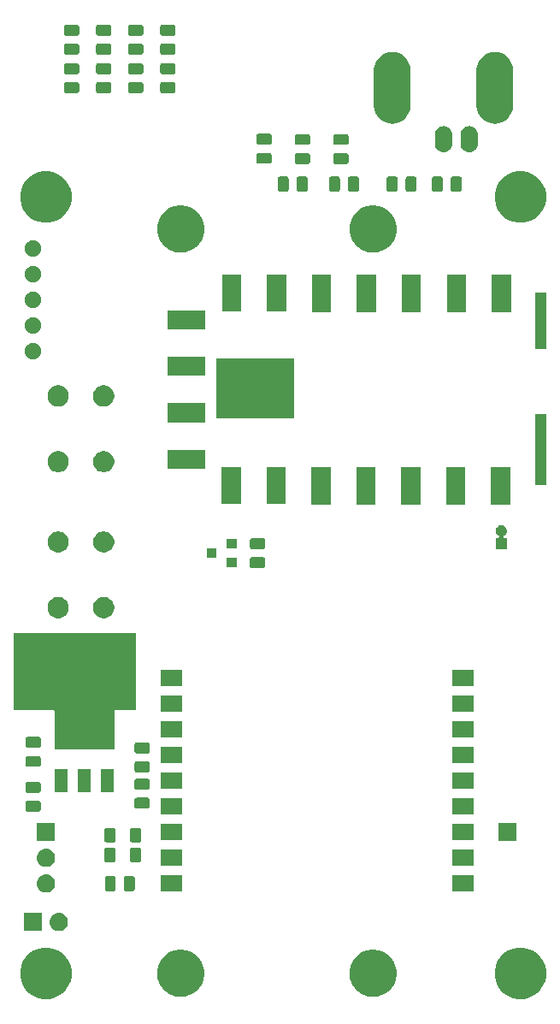
<source format=gbr>
G04 #@! TF.GenerationSoftware,KiCad,Pcbnew,5.1.4-e60b266~84~ubuntu18.04.1*
G04 #@! TF.CreationDate,2019-08-27T12:37:19-06:00*
G04 #@! TF.ProjectId,APRS_MicroNode,41505253-5f4d-4696-9372-6f4e6f64652e,rev?*
G04 #@! TF.SameCoordinates,Original*
G04 #@! TF.FileFunction,Soldermask,Top*
G04 #@! TF.FilePolarity,Negative*
%FSLAX46Y46*%
G04 Gerber Fmt 4.6, Leading zero omitted, Abs format (unit mm)*
G04 Created by KiCad (PCBNEW 5.1.4-e60b266~84~ubuntu18.04.1) date 2019-08-27 12:37:19*
%MOMM*%
%LPD*%
G04 APERTURE LIST*
%ADD10C,0.100000*%
G04 APERTURE END LIST*
D10*
G36*
X99804098Y-175982033D02*
G01*
X100268350Y-176174332D01*
X100268352Y-176174333D01*
X100686168Y-176453509D01*
X101041491Y-176808832D01*
X101320667Y-177226648D01*
X101320668Y-177226650D01*
X101512967Y-177690902D01*
X101611000Y-178183747D01*
X101611000Y-178686253D01*
X101512967Y-179179098D01*
X101320668Y-179643350D01*
X101320667Y-179643352D01*
X101041491Y-180061168D01*
X100686168Y-180416491D01*
X100268352Y-180695667D01*
X100268351Y-180695668D01*
X100268350Y-180695668D01*
X99804098Y-180887967D01*
X99311253Y-180986000D01*
X98808747Y-180986000D01*
X98315902Y-180887967D01*
X97851650Y-180695668D01*
X97851649Y-180695668D01*
X97851648Y-180695667D01*
X97433832Y-180416491D01*
X97078509Y-180061168D01*
X96799333Y-179643352D01*
X96799332Y-179643350D01*
X96607033Y-179179098D01*
X96509000Y-178686253D01*
X96509000Y-178183747D01*
X96607033Y-177690902D01*
X96799332Y-177226650D01*
X96799333Y-177226648D01*
X97078509Y-176808832D01*
X97433832Y-176453509D01*
X97851648Y-176174333D01*
X97851650Y-176174332D01*
X98315902Y-175982033D01*
X98808747Y-175884000D01*
X99311253Y-175884000D01*
X99804098Y-175982033D01*
X99804098Y-175982033D01*
G37*
G36*
X146794098Y-175982033D02*
G01*
X147258350Y-176174332D01*
X147258352Y-176174333D01*
X147676168Y-176453509D01*
X148031491Y-176808832D01*
X148310667Y-177226648D01*
X148310668Y-177226650D01*
X148502967Y-177690902D01*
X148601000Y-178183747D01*
X148601000Y-178686253D01*
X148502967Y-179179098D01*
X148310668Y-179643350D01*
X148310667Y-179643352D01*
X148031491Y-180061168D01*
X147676168Y-180416491D01*
X147258352Y-180695667D01*
X147258351Y-180695668D01*
X147258350Y-180695668D01*
X146794098Y-180887967D01*
X146301253Y-180986000D01*
X145798747Y-180986000D01*
X145305902Y-180887967D01*
X144841650Y-180695668D01*
X144841649Y-180695668D01*
X144841648Y-180695667D01*
X144423832Y-180416491D01*
X144068509Y-180061168D01*
X143789333Y-179643352D01*
X143789332Y-179643350D01*
X143597033Y-179179098D01*
X143499000Y-178686253D01*
X143499000Y-178183747D01*
X143597033Y-177690902D01*
X143789332Y-177226650D01*
X143789333Y-177226648D01*
X144068509Y-176808832D01*
X144423832Y-176453509D01*
X144841648Y-176174333D01*
X144841650Y-176174332D01*
X145305902Y-175982033D01*
X145798747Y-175884000D01*
X146301253Y-175884000D01*
X146794098Y-175982033D01*
X146794098Y-175982033D01*
G37*
G36*
X112926177Y-176157873D02*
G01*
X113076678Y-176187809D01*
X113501985Y-176363977D01*
X113884751Y-176619733D01*
X114210267Y-176945249D01*
X114466023Y-177328015D01*
X114616336Y-177690902D01*
X114642191Y-177753323D01*
X114732000Y-178204824D01*
X114732000Y-178665176D01*
X114672127Y-178966177D01*
X114642191Y-179116678D01*
X114466023Y-179541985D01*
X114210267Y-179924751D01*
X113884751Y-180250267D01*
X113501985Y-180506023D01*
X113076678Y-180682191D01*
X112926177Y-180712127D01*
X112625176Y-180772000D01*
X112164824Y-180772000D01*
X111863823Y-180712127D01*
X111713322Y-180682191D01*
X111288015Y-180506023D01*
X110905249Y-180250267D01*
X110579733Y-179924751D01*
X110323977Y-179541985D01*
X110147809Y-179116678D01*
X110117873Y-178966177D01*
X110058000Y-178665176D01*
X110058000Y-178204824D01*
X110147809Y-177753323D01*
X110173665Y-177690902D01*
X110323977Y-177328015D01*
X110579733Y-176945249D01*
X110905249Y-176619733D01*
X111288015Y-176363977D01*
X111713322Y-176187809D01*
X111863823Y-176157873D01*
X112164824Y-176098000D01*
X112625176Y-176098000D01*
X112926177Y-176157873D01*
X112926177Y-176157873D01*
G37*
G36*
X131976177Y-176157873D02*
G01*
X132126678Y-176187809D01*
X132551985Y-176363977D01*
X132934751Y-176619733D01*
X133260267Y-176945249D01*
X133516023Y-177328015D01*
X133666336Y-177690902D01*
X133692191Y-177753323D01*
X133782000Y-178204824D01*
X133782000Y-178665176D01*
X133722127Y-178966177D01*
X133692191Y-179116678D01*
X133516023Y-179541985D01*
X133260267Y-179924751D01*
X132934751Y-180250267D01*
X132551985Y-180506023D01*
X132126678Y-180682191D01*
X131976177Y-180712127D01*
X131675176Y-180772000D01*
X131214824Y-180772000D01*
X130913823Y-180712127D01*
X130763322Y-180682191D01*
X130338015Y-180506023D01*
X129955249Y-180250267D01*
X129629733Y-179924751D01*
X129373977Y-179541985D01*
X129197809Y-179116678D01*
X129167873Y-178966177D01*
X129108000Y-178665176D01*
X129108000Y-178204824D01*
X129197809Y-177753323D01*
X129223665Y-177690902D01*
X129373977Y-177328015D01*
X129629733Y-176945249D01*
X129955249Y-176619733D01*
X130338015Y-176363977D01*
X130763322Y-176187809D01*
X130913823Y-176157873D01*
X131214824Y-176098000D01*
X131675176Y-176098000D01*
X131976177Y-176157873D01*
X131976177Y-176157873D01*
G37*
G36*
X98691000Y-174256000D02*
G01*
X96889000Y-174256000D01*
X96889000Y-172454000D01*
X98691000Y-172454000D01*
X98691000Y-174256000D01*
X98691000Y-174256000D01*
G37*
G36*
X100440442Y-172460518D02*
G01*
X100506627Y-172467037D01*
X100676466Y-172518557D01*
X100832991Y-172602222D01*
X100868729Y-172631552D01*
X100970186Y-172714814D01*
X101053448Y-172816271D01*
X101082778Y-172852009D01*
X101166443Y-173008534D01*
X101217963Y-173178373D01*
X101235359Y-173355000D01*
X101217963Y-173531627D01*
X101166443Y-173701466D01*
X101082778Y-173857991D01*
X101053448Y-173893729D01*
X100970186Y-173995186D01*
X100868729Y-174078448D01*
X100832991Y-174107778D01*
X100676466Y-174191443D01*
X100506627Y-174242963D01*
X100440442Y-174249482D01*
X100374260Y-174256000D01*
X100285740Y-174256000D01*
X100219558Y-174249482D01*
X100153373Y-174242963D01*
X99983534Y-174191443D01*
X99827009Y-174107778D01*
X99791271Y-174078448D01*
X99689814Y-173995186D01*
X99606552Y-173893729D01*
X99577222Y-173857991D01*
X99493557Y-173701466D01*
X99442037Y-173531627D01*
X99424641Y-173355000D01*
X99442037Y-173178373D01*
X99493557Y-173008534D01*
X99577222Y-172852009D01*
X99606552Y-172816271D01*
X99689814Y-172714814D01*
X99791271Y-172631552D01*
X99827009Y-172602222D01*
X99983534Y-172518557D01*
X100153373Y-172467037D01*
X100219558Y-172460518D01*
X100285740Y-172454000D01*
X100374260Y-172454000D01*
X100440442Y-172460518D01*
X100440442Y-172460518D01*
G37*
G36*
X99170442Y-168650518D02*
G01*
X99236627Y-168657037D01*
X99406466Y-168708557D01*
X99562991Y-168792222D01*
X99598729Y-168821552D01*
X99700186Y-168904814D01*
X99783448Y-169006271D01*
X99812778Y-169042009D01*
X99896443Y-169198534D01*
X99947963Y-169368373D01*
X99965359Y-169545000D01*
X99947963Y-169721627D01*
X99896443Y-169891466D01*
X99812778Y-170047991D01*
X99787101Y-170079278D01*
X99700186Y-170185186D01*
X99598729Y-170268448D01*
X99562991Y-170297778D01*
X99406466Y-170381443D01*
X99236627Y-170432963D01*
X99170443Y-170439481D01*
X99104260Y-170446000D01*
X99015740Y-170446000D01*
X98949557Y-170439481D01*
X98883373Y-170432963D01*
X98713534Y-170381443D01*
X98557009Y-170297778D01*
X98521271Y-170268448D01*
X98419814Y-170185186D01*
X98332899Y-170079278D01*
X98307222Y-170047991D01*
X98223557Y-169891466D01*
X98172037Y-169721627D01*
X98154641Y-169545000D01*
X98172037Y-169368373D01*
X98223557Y-169198534D01*
X98307222Y-169042009D01*
X98336552Y-169006271D01*
X98419814Y-168904814D01*
X98521271Y-168821552D01*
X98557009Y-168792222D01*
X98713534Y-168708557D01*
X98883373Y-168657037D01*
X98949558Y-168650518D01*
X99015740Y-168644000D01*
X99104260Y-168644000D01*
X99170442Y-168650518D01*
X99170442Y-168650518D01*
G37*
G36*
X112573000Y-170358000D02*
G01*
X110439000Y-170358000D01*
X110439000Y-168732000D01*
X112573000Y-168732000D01*
X112573000Y-170358000D01*
X112573000Y-170358000D01*
G37*
G36*
X141402000Y-170358000D02*
G01*
X139268000Y-170358000D01*
X139268000Y-168732000D01*
X141402000Y-168732000D01*
X141402000Y-170358000D01*
X141402000Y-170358000D01*
G37*
G36*
X105811968Y-168798565D02*
G01*
X105850638Y-168810296D01*
X105886277Y-168829346D01*
X105917517Y-168854983D01*
X105943154Y-168886223D01*
X105962204Y-168921862D01*
X105973935Y-168960532D01*
X105978500Y-169006888D01*
X105978500Y-170083112D01*
X105973935Y-170129468D01*
X105962204Y-170168138D01*
X105943154Y-170203777D01*
X105917517Y-170235017D01*
X105886277Y-170260654D01*
X105850638Y-170279704D01*
X105811968Y-170291435D01*
X105765612Y-170296000D01*
X105114388Y-170296000D01*
X105068032Y-170291435D01*
X105029362Y-170279704D01*
X104993723Y-170260654D01*
X104962483Y-170235017D01*
X104936846Y-170203777D01*
X104917796Y-170168138D01*
X104906065Y-170129468D01*
X104901500Y-170083112D01*
X104901500Y-169006888D01*
X104906065Y-168960532D01*
X104917796Y-168921862D01*
X104936846Y-168886223D01*
X104962483Y-168854983D01*
X104993723Y-168829346D01*
X105029362Y-168810296D01*
X105068032Y-168798565D01*
X105114388Y-168794000D01*
X105765612Y-168794000D01*
X105811968Y-168798565D01*
X105811968Y-168798565D01*
G37*
G36*
X107686968Y-168798565D02*
G01*
X107725638Y-168810296D01*
X107761277Y-168829346D01*
X107792517Y-168854983D01*
X107818154Y-168886223D01*
X107837204Y-168921862D01*
X107848935Y-168960532D01*
X107853500Y-169006888D01*
X107853500Y-170083112D01*
X107848935Y-170129468D01*
X107837204Y-170168138D01*
X107818154Y-170203777D01*
X107792517Y-170235017D01*
X107761277Y-170260654D01*
X107725638Y-170279704D01*
X107686968Y-170291435D01*
X107640612Y-170296000D01*
X106989388Y-170296000D01*
X106943032Y-170291435D01*
X106904362Y-170279704D01*
X106868723Y-170260654D01*
X106837483Y-170235017D01*
X106811846Y-170203777D01*
X106792796Y-170168138D01*
X106781065Y-170129468D01*
X106776500Y-170083112D01*
X106776500Y-169006888D01*
X106781065Y-168960532D01*
X106792796Y-168921862D01*
X106811846Y-168886223D01*
X106837483Y-168854983D01*
X106868723Y-168829346D01*
X106904362Y-168810296D01*
X106943032Y-168798565D01*
X106989388Y-168794000D01*
X107640612Y-168794000D01*
X107686968Y-168798565D01*
X107686968Y-168798565D01*
G37*
G36*
X99170443Y-166110519D02*
G01*
X99236627Y-166117037D01*
X99406466Y-166168557D01*
X99562991Y-166252222D01*
X99598729Y-166281552D01*
X99700186Y-166364814D01*
X99783448Y-166466271D01*
X99812778Y-166502009D01*
X99896443Y-166658534D01*
X99947963Y-166828373D01*
X99965359Y-167005000D01*
X99947963Y-167181627D01*
X99896443Y-167351466D01*
X99812778Y-167507991D01*
X99783448Y-167543729D01*
X99700186Y-167645186D01*
X99598729Y-167728448D01*
X99562991Y-167757778D01*
X99406466Y-167841443D01*
X99236627Y-167892963D01*
X99170443Y-167899481D01*
X99104260Y-167906000D01*
X99015740Y-167906000D01*
X98949557Y-167899481D01*
X98883373Y-167892963D01*
X98713534Y-167841443D01*
X98557009Y-167757778D01*
X98521271Y-167728448D01*
X98419814Y-167645186D01*
X98336552Y-167543729D01*
X98307222Y-167507991D01*
X98223557Y-167351466D01*
X98172037Y-167181627D01*
X98154641Y-167005000D01*
X98172037Y-166828373D01*
X98223557Y-166658534D01*
X98307222Y-166502009D01*
X98336552Y-166466271D01*
X98419814Y-166364814D01*
X98521271Y-166281552D01*
X98557009Y-166252222D01*
X98713534Y-166168557D01*
X98883373Y-166117037D01*
X98949557Y-166110519D01*
X99015740Y-166104000D01*
X99104260Y-166104000D01*
X99170443Y-166110519D01*
X99170443Y-166110519D01*
G37*
G36*
X141402000Y-167818000D02*
G01*
X139268000Y-167818000D01*
X139268000Y-166192000D01*
X141402000Y-166192000D01*
X141402000Y-167818000D01*
X141402000Y-167818000D01*
G37*
G36*
X112573000Y-167818000D02*
G01*
X110439000Y-167818000D01*
X110439000Y-166192000D01*
X112573000Y-166192000D01*
X112573000Y-167818000D01*
X112573000Y-167818000D01*
G37*
G36*
X105817811Y-166013605D02*
G01*
X105856867Y-166025453D01*
X105892862Y-166044693D01*
X105924414Y-166070586D01*
X105950307Y-166102138D01*
X105969547Y-166138133D01*
X105981395Y-166177189D01*
X105986000Y-166223949D01*
X105986000Y-167196051D01*
X105981395Y-167242811D01*
X105969547Y-167281867D01*
X105950307Y-167317862D01*
X105924414Y-167349414D01*
X105892862Y-167375307D01*
X105856867Y-167394547D01*
X105817811Y-167406395D01*
X105771051Y-167411000D01*
X105048949Y-167411000D01*
X105002189Y-167406395D01*
X104963133Y-167394547D01*
X104927138Y-167375307D01*
X104895586Y-167349414D01*
X104869693Y-167317862D01*
X104850453Y-167281867D01*
X104838605Y-167242811D01*
X104834000Y-167196051D01*
X104834000Y-166223949D01*
X104838605Y-166177189D01*
X104850453Y-166138133D01*
X104869693Y-166102138D01*
X104895586Y-166070586D01*
X104927138Y-166044693D01*
X104963133Y-166025453D01*
X105002189Y-166013605D01*
X105048949Y-166009000D01*
X105771051Y-166009000D01*
X105817811Y-166013605D01*
X105817811Y-166013605D01*
G37*
G36*
X108357811Y-166013605D02*
G01*
X108396867Y-166025453D01*
X108432862Y-166044693D01*
X108464414Y-166070586D01*
X108490307Y-166102138D01*
X108509547Y-166138133D01*
X108521395Y-166177189D01*
X108526000Y-166223949D01*
X108526000Y-167196051D01*
X108521395Y-167242811D01*
X108509547Y-167281867D01*
X108490307Y-167317862D01*
X108464414Y-167349414D01*
X108432862Y-167375307D01*
X108396867Y-167394547D01*
X108357811Y-167406395D01*
X108311051Y-167411000D01*
X107588949Y-167411000D01*
X107542189Y-167406395D01*
X107503133Y-167394547D01*
X107467138Y-167375307D01*
X107435586Y-167349414D01*
X107409693Y-167317862D01*
X107390453Y-167281867D01*
X107378605Y-167242811D01*
X107374000Y-167196051D01*
X107374000Y-166223949D01*
X107378605Y-166177189D01*
X107390453Y-166138133D01*
X107409693Y-166102138D01*
X107435586Y-166070586D01*
X107467138Y-166044693D01*
X107503133Y-166025453D01*
X107542189Y-166013605D01*
X107588949Y-166009000D01*
X108311051Y-166009000D01*
X108357811Y-166013605D01*
X108357811Y-166013605D01*
G37*
G36*
X108357811Y-164063605D02*
G01*
X108396867Y-164075453D01*
X108432862Y-164094693D01*
X108464414Y-164120586D01*
X108490307Y-164152138D01*
X108509547Y-164188133D01*
X108521395Y-164227189D01*
X108526000Y-164273949D01*
X108526000Y-165246051D01*
X108521395Y-165292811D01*
X108509547Y-165331867D01*
X108490307Y-165367862D01*
X108464414Y-165399414D01*
X108432862Y-165425307D01*
X108396867Y-165444547D01*
X108357811Y-165456395D01*
X108311051Y-165461000D01*
X107588949Y-165461000D01*
X107542189Y-165456395D01*
X107503133Y-165444547D01*
X107467138Y-165425307D01*
X107435586Y-165399414D01*
X107409693Y-165367862D01*
X107390453Y-165331867D01*
X107378605Y-165292811D01*
X107374000Y-165246051D01*
X107374000Y-164273949D01*
X107378605Y-164227189D01*
X107390453Y-164188133D01*
X107409693Y-164152138D01*
X107435586Y-164120586D01*
X107467138Y-164094693D01*
X107503133Y-164075453D01*
X107542189Y-164063605D01*
X107588949Y-164059000D01*
X108311051Y-164059000D01*
X108357811Y-164063605D01*
X108357811Y-164063605D01*
G37*
G36*
X105817811Y-164063605D02*
G01*
X105856867Y-164075453D01*
X105892862Y-164094693D01*
X105924414Y-164120586D01*
X105950307Y-164152138D01*
X105969547Y-164188133D01*
X105981395Y-164227189D01*
X105986000Y-164273949D01*
X105986000Y-165246051D01*
X105981395Y-165292811D01*
X105969547Y-165331867D01*
X105950307Y-165367862D01*
X105924414Y-165399414D01*
X105892862Y-165425307D01*
X105856867Y-165444547D01*
X105817811Y-165456395D01*
X105771051Y-165461000D01*
X105048949Y-165461000D01*
X105002189Y-165456395D01*
X104963133Y-165444547D01*
X104927138Y-165425307D01*
X104895586Y-165399414D01*
X104869693Y-165367862D01*
X104850453Y-165331867D01*
X104838605Y-165292811D01*
X104834000Y-165246051D01*
X104834000Y-164273949D01*
X104838605Y-164227189D01*
X104850453Y-164188133D01*
X104869693Y-164152138D01*
X104895586Y-164120586D01*
X104927138Y-164094693D01*
X104963133Y-164075453D01*
X105002189Y-164063605D01*
X105048949Y-164059000D01*
X105771051Y-164059000D01*
X105817811Y-164063605D01*
X105817811Y-164063605D01*
G37*
G36*
X99961000Y-165366000D02*
G01*
X98159000Y-165366000D01*
X98159000Y-163564000D01*
X99961000Y-163564000D01*
X99961000Y-165366000D01*
X99961000Y-165366000D01*
G37*
G36*
X145681000Y-165366000D02*
G01*
X143879000Y-165366000D01*
X143879000Y-163564000D01*
X145681000Y-163564000D01*
X145681000Y-165366000D01*
X145681000Y-165366000D01*
G37*
G36*
X141402000Y-165278000D02*
G01*
X139268000Y-165278000D01*
X139268000Y-163652000D01*
X141402000Y-163652000D01*
X141402000Y-165278000D01*
X141402000Y-165278000D01*
G37*
G36*
X112573000Y-165278000D02*
G01*
X110439000Y-165278000D01*
X110439000Y-163652000D01*
X112573000Y-163652000D01*
X112573000Y-165278000D01*
X112573000Y-165278000D01*
G37*
G36*
X112573000Y-162738000D02*
G01*
X110439000Y-162738000D01*
X110439000Y-161112000D01*
X112573000Y-161112000D01*
X112573000Y-162738000D01*
X112573000Y-162738000D01*
G37*
G36*
X141402000Y-162738000D02*
G01*
X139268000Y-162738000D01*
X139268000Y-161112000D01*
X141402000Y-161112000D01*
X141402000Y-162738000D01*
X141402000Y-162738000D01*
G37*
G36*
X98374468Y-161361065D02*
G01*
X98413138Y-161372796D01*
X98448777Y-161391846D01*
X98480017Y-161417483D01*
X98505654Y-161448723D01*
X98524704Y-161484362D01*
X98536435Y-161523032D01*
X98541000Y-161569388D01*
X98541000Y-162220612D01*
X98536435Y-162266968D01*
X98524704Y-162305638D01*
X98505654Y-162341277D01*
X98480017Y-162372517D01*
X98448777Y-162398154D01*
X98413138Y-162417204D01*
X98374468Y-162428935D01*
X98328112Y-162433500D01*
X97251888Y-162433500D01*
X97205532Y-162428935D01*
X97166862Y-162417204D01*
X97131223Y-162398154D01*
X97099983Y-162372517D01*
X97074346Y-162341277D01*
X97055296Y-162305638D01*
X97043565Y-162266968D01*
X97039000Y-162220612D01*
X97039000Y-161569388D01*
X97043565Y-161523032D01*
X97055296Y-161484362D01*
X97074346Y-161448723D01*
X97099983Y-161417483D01*
X97131223Y-161391846D01*
X97166862Y-161372796D01*
X97205532Y-161361065D01*
X97251888Y-161356500D01*
X98328112Y-161356500D01*
X98374468Y-161361065D01*
X98374468Y-161361065D01*
G37*
G36*
X109169468Y-161058565D02*
G01*
X109208138Y-161070296D01*
X109243777Y-161089346D01*
X109275017Y-161114983D01*
X109300654Y-161146223D01*
X109319704Y-161181862D01*
X109331435Y-161220532D01*
X109336000Y-161266888D01*
X109336000Y-161918112D01*
X109331435Y-161964468D01*
X109319704Y-162003138D01*
X109300654Y-162038777D01*
X109275017Y-162070017D01*
X109243777Y-162095654D01*
X109208138Y-162114704D01*
X109169468Y-162126435D01*
X109123112Y-162131000D01*
X108046888Y-162131000D01*
X108000532Y-162126435D01*
X107961862Y-162114704D01*
X107926223Y-162095654D01*
X107894983Y-162070017D01*
X107869346Y-162038777D01*
X107850296Y-162003138D01*
X107838565Y-161964468D01*
X107834000Y-161918112D01*
X107834000Y-161266888D01*
X107838565Y-161220532D01*
X107850296Y-161181862D01*
X107869346Y-161146223D01*
X107894983Y-161114983D01*
X107926223Y-161089346D01*
X107961862Y-161070296D01*
X108000532Y-161058565D01*
X108046888Y-161054000D01*
X109123112Y-161054000D01*
X109169468Y-161058565D01*
X109169468Y-161058565D01*
G37*
G36*
X98374468Y-159486065D02*
G01*
X98413138Y-159497796D01*
X98448777Y-159516846D01*
X98480017Y-159542483D01*
X98505654Y-159573723D01*
X98524704Y-159609362D01*
X98536435Y-159648032D01*
X98541000Y-159694388D01*
X98541000Y-160345612D01*
X98536435Y-160391968D01*
X98524704Y-160430638D01*
X98505654Y-160466277D01*
X98480017Y-160497517D01*
X98448777Y-160523154D01*
X98413138Y-160542204D01*
X98374468Y-160553935D01*
X98328112Y-160558500D01*
X97251888Y-160558500D01*
X97205532Y-160553935D01*
X97166862Y-160542204D01*
X97131223Y-160523154D01*
X97099983Y-160497517D01*
X97074346Y-160466277D01*
X97055296Y-160430638D01*
X97043565Y-160391968D01*
X97039000Y-160345612D01*
X97039000Y-159694388D01*
X97043565Y-159648032D01*
X97055296Y-159609362D01*
X97074346Y-159573723D01*
X97099983Y-159542483D01*
X97131223Y-159516846D01*
X97166862Y-159497796D01*
X97205532Y-159486065D01*
X97251888Y-159481500D01*
X98328112Y-159481500D01*
X98374468Y-159486065D01*
X98374468Y-159486065D01*
G37*
G36*
X105801000Y-160486000D02*
G01*
X104499000Y-160486000D01*
X104499000Y-158184000D01*
X105801000Y-158184000D01*
X105801000Y-160486000D01*
X105801000Y-160486000D01*
G37*
G36*
X103521000Y-160486000D02*
G01*
X102219000Y-160486000D01*
X102219000Y-158184000D01*
X103521000Y-158184000D01*
X103521000Y-160486000D01*
X103521000Y-160486000D01*
G37*
G36*
X101241000Y-160486000D02*
G01*
X99939000Y-160486000D01*
X99939000Y-158184000D01*
X101241000Y-158184000D01*
X101241000Y-160486000D01*
X101241000Y-160486000D01*
G37*
G36*
X109169468Y-159183565D02*
G01*
X109208138Y-159195296D01*
X109243777Y-159214346D01*
X109275017Y-159239983D01*
X109300654Y-159271223D01*
X109319704Y-159306862D01*
X109331435Y-159345532D01*
X109336000Y-159391888D01*
X109336000Y-160043112D01*
X109331435Y-160089468D01*
X109319704Y-160128138D01*
X109300654Y-160163777D01*
X109275017Y-160195017D01*
X109243777Y-160220654D01*
X109208138Y-160239704D01*
X109169468Y-160251435D01*
X109123112Y-160256000D01*
X108046888Y-160256000D01*
X108000532Y-160251435D01*
X107961862Y-160239704D01*
X107926223Y-160220654D01*
X107894983Y-160195017D01*
X107869346Y-160163777D01*
X107850296Y-160128138D01*
X107838565Y-160089468D01*
X107834000Y-160043112D01*
X107834000Y-159391888D01*
X107838565Y-159345532D01*
X107850296Y-159306862D01*
X107869346Y-159271223D01*
X107894983Y-159239983D01*
X107926223Y-159214346D01*
X107961862Y-159195296D01*
X108000532Y-159183565D01*
X108046888Y-159179000D01*
X109123112Y-159179000D01*
X109169468Y-159183565D01*
X109169468Y-159183565D01*
G37*
G36*
X141402000Y-160198000D02*
G01*
X139268000Y-160198000D01*
X139268000Y-158572000D01*
X141402000Y-158572000D01*
X141402000Y-160198000D01*
X141402000Y-160198000D01*
G37*
G36*
X112573000Y-160198000D02*
G01*
X110439000Y-160198000D01*
X110439000Y-158572000D01*
X112573000Y-158572000D01*
X112573000Y-160198000D01*
X112573000Y-160198000D01*
G37*
G36*
X109169468Y-157463066D02*
G01*
X109208138Y-157474797D01*
X109243777Y-157493847D01*
X109275017Y-157519484D01*
X109300654Y-157550724D01*
X109319704Y-157586363D01*
X109331435Y-157625033D01*
X109336000Y-157671389D01*
X109336000Y-158322613D01*
X109331435Y-158368969D01*
X109319704Y-158407639D01*
X109300654Y-158443278D01*
X109275017Y-158474518D01*
X109243777Y-158500155D01*
X109208138Y-158519205D01*
X109169468Y-158530936D01*
X109123112Y-158535501D01*
X108046888Y-158535501D01*
X108000532Y-158530936D01*
X107961862Y-158519205D01*
X107926223Y-158500155D01*
X107894983Y-158474518D01*
X107869346Y-158443278D01*
X107850296Y-158407639D01*
X107838565Y-158368969D01*
X107834000Y-158322613D01*
X107834000Y-157671389D01*
X107838565Y-157625033D01*
X107850296Y-157586363D01*
X107869346Y-157550724D01*
X107894983Y-157519484D01*
X107926223Y-157493847D01*
X107961862Y-157474797D01*
X108000532Y-157463066D01*
X108046888Y-157458501D01*
X109123112Y-157458501D01*
X109169468Y-157463066D01*
X109169468Y-157463066D01*
G37*
G36*
X98374468Y-156916065D02*
G01*
X98413138Y-156927796D01*
X98448777Y-156946846D01*
X98480017Y-156972483D01*
X98505654Y-157003723D01*
X98524704Y-157039362D01*
X98536435Y-157078032D01*
X98541000Y-157124388D01*
X98541000Y-157775612D01*
X98536435Y-157821968D01*
X98524704Y-157860638D01*
X98505654Y-157896277D01*
X98480017Y-157927517D01*
X98448777Y-157953154D01*
X98413138Y-157972204D01*
X98374468Y-157983935D01*
X98328112Y-157988500D01*
X97251888Y-157988500D01*
X97205532Y-157983935D01*
X97166862Y-157972204D01*
X97131223Y-157953154D01*
X97099983Y-157927517D01*
X97074346Y-157896277D01*
X97055296Y-157860638D01*
X97043565Y-157821968D01*
X97039000Y-157775612D01*
X97039000Y-157124388D01*
X97043565Y-157078032D01*
X97055296Y-157039362D01*
X97074346Y-157003723D01*
X97099983Y-156972483D01*
X97131223Y-156946846D01*
X97166862Y-156927796D01*
X97205532Y-156916065D01*
X97251888Y-156911500D01*
X98328112Y-156911500D01*
X98374468Y-156916065D01*
X98374468Y-156916065D01*
G37*
G36*
X112573000Y-157658000D02*
G01*
X110439000Y-157658000D01*
X110439000Y-156032000D01*
X112573000Y-156032000D01*
X112573000Y-157658000D01*
X112573000Y-157658000D01*
G37*
G36*
X141402000Y-157658000D02*
G01*
X139268000Y-157658000D01*
X139268000Y-156032000D01*
X141402000Y-156032000D01*
X141402000Y-157658000D01*
X141402000Y-157658000D01*
G37*
G36*
X109169468Y-155588066D02*
G01*
X109208138Y-155599797D01*
X109243777Y-155618847D01*
X109275017Y-155644484D01*
X109300654Y-155675724D01*
X109319704Y-155711363D01*
X109331435Y-155750033D01*
X109336000Y-155796389D01*
X109336000Y-156447613D01*
X109331435Y-156493969D01*
X109319704Y-156532639D01*
X109300654Y-156568278D01*
X109275017Y-156599518D01*
X109243777Y-156625155D01*
X109208138Y-156644205D01*
X109169468Y-156655936D01*
X109123112Y-156660501D01*
X108046888Y-156660501D01*
X108000532Y-156655936D01*
X107961862Y-156644205D01*
X107926223Y-156625155D01*
X107894983Y-156599518D01*
X107869346Y-156568278D01*
X107850296Y-156532639D01*
X107838565Y-156493969D01*
X107834000Y-156447613D01*
X107834000Y-155796389D01*
X107838565Y-155750033D01*
X107850296Y-155711363D01*
X107869346Y-155675724D01*
X107894983Y-155644484D01*
X107926223Y-155618847D01*
X107961862Y-155599797D01*
X108000532Y-155588066D01*
X108046888Y-155583501D01*
X109123112Y-155583501D01*
X109169468Y-155588066D01*
X109169468Y-155588066D01*
G37*
G36*
X107950000Y-152400000D02*
G01*
X105945999Y-152400000D01*
X105921613Y-152402402D01*
X105898164Y-152409515D01*
X105876553Y-152421066D01*
X105857611Y-152436611D01*
X105842066Y-152455553D01*
X105830515Y-152477164D01*
X105823402Y-152500613D01*
X105821000Y-152524999D01*
X105821000Y-156286000D01*
X99919000Y-156286000D01*
X99919000Y-152524999D01*
X99916598Y-152500613D01*
X99909485Y-152477164D01*
X99897934Y-152455553D01*
X99882389Y-152436611D01*
X99863447Y-152421066D01*
X99841836Y-152409515D01*
X99818387Y-152402402D01*
X99794001Y-152400000D01*
X95885000Y-152400000D01*
X95885000Y-144780000D01*
X107950000Y-144780000D01*
X107950000Y-152400000D01*
X107950000Y-152400000D01*
G37*
G36*
X98374468Y-155041065D02*
G01*
X98413138Y-155052796D01*
X98448777Y-155071846D01*
X98480017Y-155097483D01*
X98505654Y-155128723D01*
X98524704Y-155164362D01*
X98536435Y-155203032D01*
X98541000Y-155249388D01*
X98541000Y-155900612D01*
X98536435Y-155946968D01*
X98524704Y-155985638D01*
X98505654Y-156021277D01*
X98480017Y-156052517D01*
X98448777Y-156078154D01*
X98413138Y-156097204D01*
X98374468Y-156108935D01*
X98328112Y-156113500D01*
X97251888Y-156113500D01*
X97205532Y-156108935D01*
X97166862Y-156097204D01*
X97131223Y-156078154D01*
X97099983Y-156052517D01*
X97074346Y-156021277D01*
X97055296Y-155985638D01*
X97043565Y-155946968D01*
X97039000Y-155900612D01*
X97039000Y-155249388D01*
X97043565Y-155203032D01*
X97055296Y-155164362D01*
X97074346Y-155128723D01*
X97099983Y-155097483D01*
X97131223Y-155071846D01*
X97166862Y-155052796D01*
X97205532Y-155041065D01*
X97251888Y-155036500D01*
X98328112Y-155036500D01*
X98374468Y-155041065D01*
X98374468Y-155041065D01*
G37*
G36*
X141402000Y-155118000D02*
G01*
X139268000Y-155118000D01*
X139268000Y-153492000D01*
X141402000Y-153492000D01*
X141402000Y-155118000D01*
X141402000Y-155118000D01*
G37*
G36*
X112573000Y-155118000D02*
G01*
X110439000Y-155118000D01*
X110439000Y-153492000D01*
X112573000Y-153492000D01*
X112573000Y-155118000D01*
X112573000Y-155118000D01*
G37*
G36*
X141402000Y-152578000D02*
G01*
X139268000Y-152578000D01*
X139268000Y-150952000D01*
X141402000Y-150952000D01*
X141402000Y-152578000D01*
X141402000Y-152578000D01*
G37*
G36*
X112573000Y-152578000D02*
G01*
X110439000Y-152578000D01*
X110439000Y-150952000D01*
X112573000Y-150952000D01*
X112573000Y-152578000D01*
X112573000Y-152578000D01*
G37*
G36*
X141402000Y-150038000D02*
G01*
X139268000Y-150038000D01*
X139268000Y-148412000D01*
X141402000Y-148412000D01*
X141402000Y-150038000D01*
X141402000Y-150038000D01*
G37*
G36*
X112573000Y-150038000D02*
G01*
X110439000Y-150038000D01*
X110439000Y-148412000D01*
X112573000Y-148412000D01*
X112573000Y-150038000D01*
X112573000Y-150038000D01*
G37*
G36*
X100581564Y-141229389D02*
G01*
X100772833Y-141308615D01*
X100772835Y-141308616D01*
X100944973Y-141423635D01*
X101091365Y-141570027D01*
X101206385Y-141742167D01*
X101285611Y-141933436D01*
X101326000Y-142136484D01*
X101326000Y-142343516D01*
X101285611Y-142546564D01*
X101206385Y-142737833D01*
X101206384Y-142737835D01*
X101091365Y-142909973D01*
X100944973Y-143056365D01*
X100772835Y-143171384D01*
X100772834Y-143171385D01*
X100772833Y-143171385D01*
X100581564Y-143250611D01*
X100378516Y-143291000D01*
X100171484Y-143291000D01*
X99968436Y-143250611D01*
X99777167Y-143171385D01*
X99777166Y-143171385D01*
X99777165Y-143171384D01*
X99605027Y-143056365D01*
X99458635Y-142909973D01*
X99343616Y-142737835D01*
X99343615Y-142737833D01*
X99264389Y-142546564D01*
X99224000Y-142343516D01*
X99224000Y-142136484D01*
X99264389Y-141933436D01*
X99343615Y-141742167D01*
X99458635Y-141570027D01*
X99605027Y-141423635D01*
X99777165Y-141308616D01*
X99777167Y-141308615D01*
X99968436Y-141229389D01*
X100171484Y-141189000D01*
X100378516Y-141189000D01*
X100581564Y-141229389D01*
X100581564Y-141229389D01*
G37*
G36*
X105081564Y-141229389D02*
G01*
X105272833Y-141308615D01*
X105272835Y-141308616D01*
X105444973Y-141423635D01*
X105591365Y-141570027D01*
X105706385Y-141742167D01*
X105785611Y-141933436D01*
X105826000Y-142136484D01*
X105826000Y-142343516D01*
X105785611Y-142546564D01*
X105706385Y-142737833D01*
X105706384Y-142737835D01*
X105591365Y-142909973D01*
X105444973Y-143056365D01*
X105272835Y-143171384D01*
X105272834Y-143171385D01*
X105272833Y-143171385D01*
X105081564Y-143250611D01*
X104878516Y-143291000D01*
X104671484Y-143291000D01*
X104468436Y-143250611D01*
X104277167Y-143171385D01*
X104277166Y-143171385D01*
X104277165Y-143171384D01*
X104105027Y-143056365D01*
X103958635Y-142909973D01*
X103843616Y-142737835D01*
X103843615Y-142737833D01*
X103764389Y-142546564D01*
X103724000Y-142343516D01*
X103724000Y-142136484D01*
X103764389Y-141933436D01*
X103843615Y-141742167D01*
X103958635Y-141570027D01*
X104105027Y-141423635D01*
X104277165Y-141308616D01*
X104277167Y-141308615D01*
X104468436Y-141229389D01*
X104671484Y-141189000D01*
X104878516Y-141189000D01*
X105081564Y-141229389D01*
X105081564Y-141229389D01*
G37*
G36*
X120599468Y-137261065D02*
G01*
X120638138Y-137272796D01*
X120673777Y-137291846D01*
X120705017Y-137317483D01*
X120730654Y-137348723D01*
X120749704Y-137384362D01*
X120761435Y-137423032D01*
X120766000Y-137469388D01*
X120766000Y-138120612D01*
X120761435Y-138166968D01*
X120749704Y-138205638D01*
X120730654Y-138241277D01*
X120705017Y-138272517D01*
X120673777Y-138298154D01*
X120638138Y-138317204D01*
X120599468Y-138328935D01*
X120553112Y-138333500D01*
X119476888Y-138333500D01*
X119430532Y-138328935D01*
X119391862Y-138317204D01*
X119356223Y-138298154D01*
X119324983Y-138272517D01*
X119299346Y-138241277D01*
X119280296Y-138205638D01*
X119268565Y-138166968D01*
X119264000Y-138120612D01*
X119264000Y-137469388D01*
X119268565Y-137423032D01*
X119280296Y-137384362D01*
X119299346Y-137348723D01*
X119324983Y-137317483D01*
X119356223Y-137291846D01*
X119391862Y-137272796D01*
X119430532Y-137261065D01*
X119476888Y-137256500D01*
X120553112Y-137256500D01*
X120599468Y-137261065D01*
X120599468Y-137261065D01*
G37*
G36*
X117976000Y-138246000D02*
G01*
X116974000Y-138246000D01*
X116974000Y-137344000D01*
X117976000Y-137344000D01*
X117976000Y-138246000D01*
X117976000Y-138246000D01*
G37*
G36*
X115976000Y-137296000D02*
G01*
X114974000Y-137296000D01*
X114974000Y-136394000D01*
X115976000Y-136394000D01*
X115976000Y-137296000D01*
X115976000Y-137296000D01*
G37*
G36*
X105081564Y-134729389D02*
G01*
X105272833Y-134808615D01*
X105272835Y-134808616D01*
X105444973Y-134923635D01*
X105591365Y-135070027D01*
X105703860Y-135238387D01*
X105706385Y-135242167D01*
X105785611Y-135433436D01*
X105826000Y-135636484D01*
X105826000Y-135843516D01*
X105785611Y-136046564D01*
X105706385Y-136237833D01*
X105706384Y-136237835D01*
X105591365Y-136409973D01*
X105444973Y-136556365D01*
X105272835Y-136671384D01*
X105272834Y-136671385D01*
X105272833Y-136671385D01*
X105081564Y-136750611D01*
X104878516Y-136791000D01*
X104671484Y-136791000D01*
X104468436Y-136750611D01*
X104277167Y-136671385D01*
X104277166Y-136671385D01*
X104277165Y-136671384D01*
X104105027Y-136556365D01*
X103958635Y-136409973D01*
X103843616Y-136237835D01*
X103843615Y-136237833D01*
X103764389Y-136046564D01*
X103724000Y-135843516D01*
X103724000Y-135636484D01*
X103764389Y-135433436D01*
X103843615Y-135242167D01*
X103846141Y-135238387D01*
X103958635Y-135070027D01*
X104105027Y-134923635D01*
X104277165Y-134808616D01*
X104277167Y-134808615D01*
X104468436Y-134729389D01*
X104671484Y-134689000D01*
X104878516Y-134689000D01*
X105081564Y-134729389D01*
X105081564Y-134729389D01*
G37*
G36*
X100581564Y-134729389D02*
G01*
X100772833Y-134808615D01*
X100772835Y-134808616D01*
X100944973Y-134923635D01*
X101091365Y-135070027D01*
X101203860Y-135238387D01*
X101206385Y-135242167D01*
X101285611Y-135433436D01*
X101326000Y-135636484D01*
X101326000Y-135843516D01*
X101285611Y-136046564D01*
X101206385Y-136237833D01*
X101206384Y-136237835D01*
X101091365Y-136409973D01*
X100944973Y-136556365D01*
X100772835Y-136671384D01*
X100772834Y-136671385D01*
X100772833Y-136671385D01*
X100581564Y-136750611D01*
X100378516Y-136791000D01*
X100171484Y-136791000D01*
X99968436Y-136750611D01*
X99777167Y-136671385D01*
X99777166Y-136671385D01*
X99777165Y-136671384D01*
X99605027Y-136556365D01*
X99458635Y-136409973D01*
X99343616Y-136237835D01*
X99343615Y-136237833D01*
X99264389Y-136046564D01*
X99224000Y-135843516D01*
X99224000Y-135636484D01*
X99264389Y-135433436D01*
X99343615Y-135242167D01*
X99346141Y-135238387D01*
X99458635Y-135070027D01*
X99605027Y-134923635D01*
X99777165Y-134808616D01*
X99777167Y-134808615D01*
X99968436Y-134729389D01*
X100171484Y-134689000D01*
X100378516Y-134689000D01*
X100581564Y-134729389D01*
X100581564Y-134729389D01*
G37*
G36*
X120599468Y-135386065D02*
G01*
X120638138Y-135397796D01*
X120673777Y-135416846D01*
X120705017Y-135442483D01*
X120730654Y-135473723D01*
X120749704Y-135509362D01*
X120761435Y-135548032D01*
X120766000Y-135594388D01*
X120766000Y-136245612D01*
X120761435Y-136291968D01*
X120749704Y-136330638D01*
X120730654Y-136366277D01*
X120705017Y-136397517D01*
X120673777Y-136423154D01*
X120638138Y-136442204D01*
X120599468Y-136453935D01*
X120553112Y-136458500D01*
X119476888Y-136458500D01*
X119430532Y-136453935D01*
X119391862Y-136442204D01*
X119356223Y-136423154D01*
X119324983Y-136397517D01*
X119299346Y-136366277D01*
X119280296Y-136330638D01*
X119268565Y-136291968D01*
X119264000Y-136245612D01*
X119264000Y-135594388D01*
X119268565Y-135548032D01*
X119280296Y-135509362D01*
X119299346Y-135473723D01*
X119324983Y-135442483D01*
X119356223Y-135416846D01*
X119391862Y-135397796D01*
X119430532Y-135386065D01*
X119476888Y-135381500D01*
X120553112Y-135381500D01*
X120599468Y-135386065D01*
X120599468Y-135386065D01*
G37*
G36*
X144253015Y-134076973D02*
G01*
X144356879Y-134108479D01*
X144384055Y-134123005D01*
X144452600Y-134159643D01*
X144536501Y-134228499D01*
X144605357Y-134312400D01*
X144641995Y-134380945D01*
X144656521Y-134408121D01*
X144688027Y-134511985D01*
X144698666Y-134620000D01*
X144688027Y-134728015D01*
X144656521Y-134831879D01*
X144656519Y-134831882D01*
X144605357Y-134927600D01*
X144536501Y-135011501D01*
X144452600Y-135080356D01*
X144408807Y-135103764D01*
X144388437Y-135117375D01*
X144371110Y-135134702D01*
X144357496Y-135155076D01*
X144348119Y-135177715D01*
X144343338Y-135201748D01*
X144343338Y-135226252D01*
X144348118Y-135250286D01*
X144357495Y-135272924D01*
X144371109Y-135293299D01*
X144388436Y-135310626D01*
X144408810Y-135324240D01*
X144431449Y-135333617D01*
X144455482Y-135338398D01*
X144467735Y-135339000D01*
X144696000Y-135339000D01*
X144696000Y-136441000D01*
X143594000Y-136441000D01*
X143594000Y-135339000D01*
X143822265Y-135339000D01*
X143846651Y-135336598D01*
X143870100Y-135329485D01*
X143891711Y-135317934D01*
X143910653Y-135302389D01*
X143926198Y-135283447D01*
X143937749Y-135261836D01*
X143944862Y-135238387D01*
X143947264Y-135214001D01*
X143944862Y-135189615D01*
X143937749Y-135166166D01*
X143926198Y-135144555D01*
X143910653Y-135125613D01*
X143891711Y-135110068D01*
X143881198Y-135103767D01*
X143837400Y-135080356D01*
X143753499Y-135011501D01*
X143684643Y-134927600D01*
X143633481Y-134831882D01*
X143633479Y-134831879D01*
X143601973Y-134728015D01*
X143591334Y-134620000D01*
X143601973Y-134511985D01*
X143633479Y-134408121D01*
X143648005Y-134380945D01*
X143684643Y-134312400D01*
X143753499Y-134228499D01*
X143837400Y-134159643D01*
X143905945Y-134123005D01*
X143933121Y-134108479D01*
X144036985Y-134076973D01*
X144117933Y-134069000D01*
X144172067Y-134069000D01*
X144253015Y-134076973D01*
X144253015Y-134076973D01*
G37*
G36*
X117976000Y-136346000D02*
G01*
X116974000Y-136346000D01*
X116974000Y-135444000D01*
X117976000Y-135444000D01*
X117976000Y-136346000D01*
X117976000Y-136346000D01*
G37*
G36*
X145056000Y-132026000D02*
G01*
X143154000Y-132026000D01*
X143154000Y-128324000D01*
X145056000Y-128324000D01*
X145056000Y-132026000D01*
X145056000Y-132026000D01*
G37*
G36*
X127256000Y-132026000D02*
G01*
X125354000Y-132026000D01*
X125354000Y-128324000D01*
X127256000Y-128324000D01*
X127256000Y-132026000D01*
X127256000Y-132026000D01*
G37*
G36*
X131706000Y-132026000D02*
G01*
X129804000Y-132026000D01*
X129804000Y-128324000D01*
X131706000Y-128324000D01*
X131706000Y-132026000D01*
X131706000Y-132026000D01*
G37*
G36*
X136156000Y-132026000D02*
G01*
X134254000Y-132026000D01*
X134254000Y-128324000D01*
X136156000Y-128324000D01*
X136156000Y-132026000D01*
X136156000Y-132026000D01*
G37*
G36*
X140606000Y-132026000D02*
G01*
X138704000Y-132026000D01*
X138704000Y-128324000D01*
X140606000Y-128324000D01*
X140606000Y-132026000D01*
X140606000Y-132026000D01*
G37*
G36*
X118356000Y-132001000D02*
G01*
X116454000Y-132001000D01*
X116454000Y-128299000D01*
X118356000Y-128299000D01*
X118356000Y-132001000D01*
X118356000Y-132001000D01*
G37*
G36*
X122806000Y-132001000D02*
G01*
X120904000Y-132001000D01*
X120904000Y-128299000D01*
X122806000Y-128299000D01*
X122806000Y-132001000D01*
X122806000Y-132001000D01*
G37*
G36*
X148581000Y-130151000D02*
G01*
X147479000Y-130151000D01*
X147479000Y-123049000D01*
X148581000Y-123049000D01*
X148581000Y-130151000D01*
X148581000Y-130151000D01*
G37*
G36*
X100581564Y-126774389D02*
G01*
X100772833Y-126853615D01*
X100772835Y-126853616D01*
X100944973Y-126968635D01*
X101091365Y-127115027D01*
X101206385Y-127287167D01*
X101285611Y-127478436D01*
X101326000Y-127681484D01*
X101326000Y-127888516D01*
X101285611Y-128091564D01*
X101206385Y-128282833D01*
X101206384Y-128282835D01*
X101091365Y-128454973D01*
X100944973Y-128601365D01*
X100772835Y-128716384D01*
X100772834Y-128716385D01*
X100772833Y-128716385D01*
X100581564Y-128795611D01*
X100378516Y-128836000D01*
X100171484Y-128836000D01*
X99968436Y-128795611D01*
X99777167Y-128716385D01*
X99777166Y-128716385D01*
X99777165Y-128716384D01*
X99605027Y-128601365D01*
X99458635Y-128454973D01*
X99343616Y-128282835D01*
X99343615Y-128282833D01*
X99264389Y-128091564D01*
X99224000Y-127888516D01*
X99224000Y-127681484D01*
X99264389Y-127478436D01*
X99343615Y-127287167D01*
X99458635Y-127115027D01*
X99605027Y-126968635D01*
X99777165Y-126853616D01*
X99777167Y-126853615D01*
X99968436Y-126774389D01*
X100171484Y-126734000D01*
X100378516Y-126734000D01*
X100581564Y-126774389D01*
X100581564Y-126774389D01*
G37*
G36*
X105081564Y-126774389D02*
G01*
X105272833Y-126853615D01*
X105272835Y-126853616D01*
X105444973Y-126968635D01*
X105591365Y-127115027D01*
X105706385Y-127287167D01*
X105785611Y-127478436D01*
X105826000Y-127681484D01*
X105826000Y-127888516D01*
X105785611Y-128091564D01*
X105706385Y-128282833D01*
X105706384Y-128282835D01*
X105591365Y-128454973D01*
X105444973Y-128601365D01*
X105272835Y-128716384D01*
X105272834Y-128716385D01*
X105272833Y-128716385D01*
X105081564Y-128795611D01*
X104878516Y-128836000D01*
X104671484Y-128836000D01*
X104468436Y-128795611D01*
X104277167Y-128716385D01*
X104277166Y-128716385D01*
X104277165Y-128716384D01*
X104105027Y-128601365D01*
X103958635Y-128454973D01*
X103843616Y-128282835D01*
X103843615Y-128282833D01*
X103764389Y-128091564D01*
X103724000Y-127888516D01*
X103724000Y-127681484D01*
X103764389Y-127478436D01*
X103843615Y-127287167D01*
X103958635Y-127115027D01*
X104105027Y-126968635D01*
X104277165Y-126853616D01*
X104277167Y-126853615D01*
X104468436Y-126774389D01*
X104671484Y-126734000D01*
X104878516Y-126734000D01*
X105081564Y-126774389D01*
X105081564Y-126774389D01*
G37*
G36*
X114831000Y-128501000D02*
G01*
X111129000Y-128501000D01*
X111129000Y-126599000D01*
X114831000Y-126599000D01*
X114831000Y-128501000D01*
X114831000Y-128501000D01*
G37*
G36*
X114806000Y-123901000D02*
G01*
X111104000Y-123901000D01*
X111104000Y-121999000D01*
X114806000Y-121999000D01*
X114806000Y-123901000D01*
X114806000Y-123901000D01*
G37*
G36*
X123680000Y-123483000D02*
G01*
X115958000Y-123483000D01*
X115958000Y-117539000D01*
X123680000Y-117539000D01*
X123680000Y-123483000D01*
X123680000Y-123483000D01*
G37*
G36*
X100581564Y-120274389D02*
G01*
X100772833Y-120353615D01*
X100772835Y-120353616D01*
X100944973Y-120468635D01*
X101091365Y-120615027D01*
X101206385Y-120787167D01*
X101285611Y-120978436D01*
X101326000Y-121181484D01*
X101326000Y-121388516D01*
X101285611Y-121591564D01*
X101206385Y-121782833D01*
X101206384Y-121782835D01*
X101091365Y-121954973D01*
X100944973Y-122101365D01*
X100772835Y-122216384D01*
X100772834Y-122216385D01*
X100772833Y-122216385D01*
X100581564Y-122295611D01*
X100378516Y-122336000D01*
X100171484Y-122336000D01*
X99968436Y-122295611D01*
X99777167Y-122216385D01*
X99777166Y-122216385D01*
X99777165Y-122216384D01*
X99605027Y-122101365D01*
X99458635Y-121954973D01*
X99343616Y-121782835D01*
X99343615Y-121782833D01*
X99264389Y-121591564D01*
X99224000Y-121388516D01*
X99224000Y-121181484D01*
X99264389Y-120978436D01*
X99343615Y-120787167D01*
X99458635Y-120615027D01*
X99605027Y-120468635D01*
X99777165Y-120353616D01*
X99777167Y-120353615D01*
X99968436Y-120274389D01*
X100171484Y-120234000D01*
X100378516Y-120234000D01*
X100581564Y-120274389D01*
X100581564Y-120274389D01*
G37*
G36*
X105081564Y-120274389D02*
G01*
X105272833Y-120353615D01*
X105272835Y-120353616D01*
X105444973Y-120468635D01*
X105591365Y-120615027D01*
X105706385Y-120787167D01*
X105785611Y-120978436D01*
X105826000Y-121181484D01*
X105826000Y-121388516D01*
X105785611Y-121591564D01*
X105706385Y-121782833D01*
X105706384Y-121782835D01*
X105591365Y-121954973D01*
X105444973Y-122101365D01*
X105272835Y-122216384D01*
X105272834Y-122216385D01*
X105272833Y-122216385D01*
X105081564Y-122295611D01*
X104878516Y-122336000D01*
X104671484Y-122336000D01*
X104468436Y-122295611D01*
X104277167Y-122216385D01*
X104277166Y-122216385D01*
X104277165Y-122216384D01*
X104105027Y-122101365D01*
X103958635Y-121954973D01*
X103843616Y-121782835D01*
X103843615Y-121782833D01*
X103764389Y-121591564D01*
X103724000Y-121388516D01*
X103724000Y-121181484D01*
X103764389Y-120978436D01*
X103843615Y-120787167D01*
X103958635Y-120615027D01*
X104105027Y-120468635D01*
X104277165Y-120353616D01*
X104277167Y-120353615D01*
X104468436Y-120274389D01*
X104671484Y-120234000D01*
X104878516Y-120234000D01*
X105081564Y-120274389D01*
X105081564Y-120274389D01*
G37*
G36*
X114806000Y-119301000D02*
G01*
X111104000Y-119301000D01*
X111104000Y-117399000D01*
X114806000Y-117399000D01*
X114806000Y-119301000D01*
X114806000Y-119301000D01*
G37*
G36*
X98027142Y-116058242D02*
G01*
X98175101Y-116119529D01*
X98308255Y-116208499D01*
X98421501Y-116321745D01*
X98510471Y-116454899D01*
X98571758Y-116602858D01*
X98603000Y-116759925D01*
X98603000Y-116920075D01*
X98571758Y-117077142D01*
X98510471Y-117225101D01*
X98421501Y-117358255D01*
X98308255Y-117471501D01*
X98175101Y-117560471D01*
X98027142Y-117621758D01*
X97870075Y-117653000D01*
X97709925Y-117653000D01*
X97552858Y-117621758D01*
X97404899Y-117560471D01*
X97271745Y-117471501D01*
X97158499Y-117358255D01*
X97069529Y-117225101D01*
X97008242Y-117077142D01*
X96977000Y-116920075D01*
X96977000Y-116759925D01*
X97008242Y-116602858D01*
X97069529Y-116454899D01*
X97158499Y-116321745D01*
X97271745Y-116208499D01*
X97404899Y-116119529D01*
X97552858Y-116058242D01*
X97709925Y-116027000D01*
X97870075Y-116027000D01*
X98027142Y-116058242D01*
X98027142Y-116058242D01*
G37*
G36*
X148581000Y-116651000D02*
G01*
X147479000Y-116651000D01*
X147479000Y-111049000D01*
X148581000Y-111049000D01*
X148581000Y-116651000D01*
X148581000Y-116651000D01*
G37*
G36*
X98027142Y-113518242D02*
G01*
X98175101Y-113579529D01*
X98308255Y-113668499D01*
X98421501Y-113781745D01*
X98510471Y-113914899D01*
X98571758Y-114062858D01*
X98603000Y-114219925D01*
X98603000Y-114380075D01*
X98571758Y-114537142D01*
X98510471Y-114685101D01*
X98421501Y-114818255D01*
X98308255Y-114931501D01*
X98175101Y-115020471D01*
X98027142Y-115081758D01*
X97870075Y-115113000D01*
X97709925Y-115113000D01*
X97552858Y-115081758D01*
X97404899Y-115020471D01*
X97271745Y-114931501D01*
X97158499Y-114818255D01*
X97069529Y-114685101D01*
X97008242Y-114537142D01*
X96977000Y-114380075D01*
X96977000Y-114219925D01*
X97008242Y-114062858D01*
X97069529Y-113914899D01*
X97158499Y-113781745D01*
X97271745Y-113668499D01*
X97404899Y-113579529D01*
X97552858Y-113518242D01*
X97709925Y-113487000D01*
X97870075Y-113487000D01*
X98027142Y-113518242D01*
X98027142Y-113518242D01*
G37*
G36*
X114806000Y-114701000D02*
G01*
X111104000Y-114701000D01*
X111104000Y-112799000D01*
X114806000Y-112799000D01*
X114806000Y-114701000D01*
X114806000Y-114701000D01*
G37*
G36*
X140656000Y-112976000D02*
G01*
X138754000Y-112976000D01*
X138754000Y-109274000D01*
X140656000Y-109274000D01*
X140656000Y-112976000D01*
X140656000Y-112976000D01*
G37*
G36*
X145106000Y-112976000D02*
G01*
X143204000Y-112976000D01*
X143204000Y-109274000D01*
X145106000Y-109274000D01*
X145106000Y-112976000D01*
X145106000Y-112976000D01*
G37*
G36*
X131756000Y-112976000D02*
G01*
X129854000Y-112976000D01*
X129854000Y-109274000D01*
X131756000Y-109274000D01*
X131756000Y-112976000D01*
X131756000Y-112976000D01*
G37*
G36*
X127306000Y-112976000D02*
G01*
X125404000Y-112976000D01*
X125404000Y-109274000D01*
X127306000Y-109274000D01*
X127306000Y-112976000D01*
X127306000Y-112976000D01*
G37*
G36*
X136206000Y-112976000D02*
G01*
X134304000Y-112976000D01*
X134304000Y-109274000D01*
X136206000Y-109274000D01*
X136206000Y-112976000D01*
X136206000Y-112976000D01*
G37*
G36*
X118406000Y-112951000D02*
G01*
X116504000Y-112951000D01*
X116504000Y-109249000D01*
X118406000Y-109249000D01*
X118406000Y-112951000D01*
X118406000Y-112951000D01*
G37*
G36*
X122856000Y-112951000D02*
G01*
X120954000Y-112951000D01*
X120954000Y-109249000D01*
X122856000Y-109249000D01*
X122856000Y-112951000D01*
X122856000Y-112951000D01*
G37*
G36*
X98027142Y-110978242D02*
G01*
X98175101Y-111039529D01*
X98308255Y-111128499D01*
X98421501Y-111241745D01*
X98510471Y-111374899D01*
X98571758Y-111522858D01*
X98603000Y-111679925D01*
X98603000Y-111840075D01*
X98571758Y-111997142D01*
X98510471Y-112145101D01*
X98421501Y-112278255D01*
X98308255Y-112391501D01*
X98175101Y-112480471D01*
X98027142Y-112541758D01*
X97870075Y-112573000D01*
X97709925Y-112573000D01*
X97552858Y-112541758D01*
X97404899Y-112480471D01*
X97271745Y-112391501D01*
X97158499Y-112278255D01*
X97069529Y-112145101D01*
X97008242Y-111997142D01*
X96977000Y-111840075D01*
X96977000Y-111679925D01*
X97008242Y-111522858D01*
X97069529Y-111374899D01*
X97158499Y-111241745D01*
X97271745Y-111128499D01*
X97404899Y-111039529D01*
X97552858Y-110978242D01*
X97709925Y-110947000D01*
X97870075Y-110947000D01*
X98027142Y-110978242D01*
X98027142Y-110978242D01*
G37*
G36*
X98027142Y-108438242D02*
G01*
X98175101Y-108499529D01*
X98308255Y-108588499D01*
X98421501Y-108701745D01*
X98510471Y-108834899D01*
X98571758Y-108982858D01*
X98603000Y-109139925D01*
X98603000Y-109300075D01*
X98571758Y-109457142D01*
X98510471Y-109605101D01*
X98421501Y-109738255D01*
X98308255Y-109851501D01*
X98175101Y-109940471D01*
X98027142Y-110001758D01*
X97870075Y-110033000D01*
X97709925Y-110033000D01*
X97552858Y-110001758D01*
X97404899Y-109940471D01*
X97271745Y-109851501D01*
X97158499Y-109738255D01*
X97069529Y-109605101D01*
X97008242Y-109457142D01*
X96977000Y-109300075D01*
X96977000Y-109139925D01*
X97008242Y-108982858D01*
X97069529Y-108834899D01*
X97158499Y-108701745D01*
X97271745Y-108588499D01*
X97404899Y-108499529D01*
X97552858Y-108438242D01*
X97709925Y-108407000D01*
X97870075Y-108407000D01*
X98027142Y-108438242D01*
X98027142Y-108438242D01*
G37*
G36*
X98027142Y-105898242D02*
G01*
X98175101Y-105959529D01*
X98308255Y-106048499D01*
X98421501Y-106161745D01*
X98510471Y-106294899D01*
X98571758Y-106442858D01*
X98603000Y-106599925D01*
X98603000Y-106760075D01*
X98571758Y-106917142D01*
X98510471Y-107065101D01*
X98421501Y-107198255D01*
X98308255Y-107311501D01*
X98175101Y-107400471D01*
X98027142Y-107461758D01*
X97870075Y-107493000D01*
X97709925Y-107493000D01*
X97552858Y-107461758D01*
X97404899Y-107400471D01*
X97271745Y-107311501D01*
X97158499Y-107198255D01*
X97069529Y-107065101D01*
X97008242Y-106917142D01*
X96977000Y-106760075D01*
X96977000Y-106599925D01*
X97008242Y-106442858D01*
X97069529Y-106294899D01*
X97158499Y-106161745D01*
X97271745Y-106048499D01*
X97404899Y-105959529D01*
X97552858Y-105898242D01*
X97709925Y-105867000D01*
X97870075Y-105867000D01*
X98027142Y-105898242D01*
X98027142Y-105898242D01*
G37*
G36*
X131976177Y-102497873D02*
G01*
X132126678Y-102527809D01*
X132551985Y-102703977D01*
X132934751Y-102959733D01*
X133260267Y-103285249D01*
X133516023Y-103668015D01*
X133692191Y-104093322D01*
X133782000Y-104544826D01*
X133782000Y-105005174D01*
X133692191Y-105456678D01*
X133516023Y-105881985D01*
X133260267Y-106264751D01*
X132934751Y-106590267D01*
X132551985Y-106846023D01*
X132126678Y-107022191D01*
X131976177Y-107052127D01*
X131675176Y-107112000D01*
X131214824Y-107112000D01*
X130913823Y-107052127D01*
X130763322Y-107022191D01*
X130338015Y-106846023D01*
X129955249Y-106590267D01*
X129629733Y-106264751D01*
X129373977Y-105881985D01*
X129197809Y-105456678D01*
X129108000Y-105005174D01*
X129108000Y-104544826D01*
X129197809Y-104093322D01*
X129373977Y-103668015D01*
X129629733Y-103285249D01*
X129955249Y-102959733D01*
X130338015Y-102703977D01*
X130763322Y-102527809D01*
X130913823Y-102497873D01*
X131214824Y-102438000D01*
X131675176Y-102438000D01*
X131976177Y-102497873D01*
X131976177Y-102497873D01*
G37*
G36*
X112926177Y-102497873D02*
G01*
X113076678Y-102527809D01*
X113501985Y-102703977D01*
X113884751Y-102959733D01*
X114210267Y-103285249D01*
X114466023Y-103668015D01*
X114642191Y-104093322D01*
X114732000Y-104544826D01*
X114732000Y-105005174D01*
X114642191Y-105456678D01*
X114466023Y-105881985D01*
X114210267Y-106264751D01*
X113884751Y-106590267D01*
X113501985Y-106846023D01*
X113076678Y-107022191D01*
X112926177Y-107052127D01*
X112625176Y-107112000D01*
X112164824Y-107112000D01*
X111863823Y-107052127D01*
X111713322Y-107022191D01*
X111288015Y-106846023D01*
X110905249Y-106590267D01*
X110579733Y-106264751D01*
X110323977Y-105881985D01*
X110147809Y-105456678D01*
X110058000Y-105005174D01*
X110058000Y-104544826D01*
X110147809Y-104093322D01*
X110323977Y-103668015D01*
X110579733Y-103285249D01*
X110905249Y-102959733D01*
X111288015Y-102703977D01*
X111713322Y-102527809D01*
X111863823Y-102497873D01*
X112164824Y-102438000D01*
X112625176Y-102438000D01*
X112926177Y-102497873D01*
X112926177Y-102497873D01*
G37*
G36*
X146794098Y-99147033D02*
G01*
X147258350Y-99339332D01*
X147258352Y-99339333D01*
X147676168Y-99618509D01*
X148031491Y-99973832D01*
X148310667Y-100391648D01*
X148310668Y-100391650D01*
X148502967Y-100855902D01*
X148601000Y-101348747D01*
X148601000Y-101851253D01*
X148502967Y-102344098D01*
X148310668Y-102808350D01*
X148310667Y-102808352D01*
X148031491Y-103226168D01*
X147676168Y-103581491D01*
X147258352Y-103860667D01*
X147258351Y-103860668D01*
X147258350Y-103860668D01*
X146794098Y-104052967D01*
X146301253Y-104151000D01*
X145798747Y-104151000D01*
X145305902Y-104052967D01*
X144841650Y-103860668D01*
X144841649Y-103860668D01*
X144841648Y-103860667D01*
X144423832Y-103581491D01*
X144068509Y-103226168D01*
X143789333Y-102808352D01*
X143789332Y-102808350D01*
X143597033Y-102344098D01*
X143499000Y-101851253D01*
X143499000Y-101348747D01*
X143597033Y-100855902D01*
X143789332Y-100391650D01*
X143789333Y-100391648D01*
X144068509Y-99973832D01*
X144423832Y-99618509D01*
X144841648Y-99339333D01*
X144841650Y-99339332D01*
X145305902Y-99147033D01*
X145798747Y-99049000D01*
X146301253Y-99049000D01*
X146794098Y-99147033D01*
X146794098Y-99147033D01*
G37*
G36*
X99804098Y-99147033D02*
G01*
X100268350Y-99339332D01*
X100268352Y-99339333D01*
X100686168Y-99618509D01*
X101041491Y-99973832D01*
X101320667Y-100391648D01*
X101320668Y-100391650D01*
X101512967Y-100855902D01*
X101611000Y-101348747D01*
X101611000Y-101851253D01*
X101512967Y-102344098D01*
X101320668Y-102808350D01*
X101320667Y-102808352D01*
X101041491Y-103226168D01*
X100686168Y-103581491D01*
X100268352Y-103860667D01*
X100268351Y-103860668D01*
X100268350Y-103860668D01*
X99804098Y-104052967D01*
X99311253Y-104151000D01*
X98808747Y-104151000D01*
X98315902Y-104052967D01*
X97851650Y-103860668D01*
X97851649Y-103860668D01*
X97851648Y-103860667D01*
X97433832Y-103581491D01*
X97078509Y-103226168D01*
X96799333Y-102808352D01*
X96799332Y-102808350D01*
X96607033Y-102344098D01*
X96509000Y-101851253D01*
X96509000Y-101348747D01*
X96607033Y-100855902D01*
X96799332Y-100391650D01*
X96799333Y-100391648D01*
X97078509Y-99973832D01*
X97433832Y-99618509D01*
X97851648Y-99339333D01*
X97851650Y-99339332D01*
X98315902Y-99147033D01*
X98808747Y-99049000D01*
X99311253Y-99049000D01*
X99804098Y-99147033D01*
X99804098Y-99147033D01*
G37*
G36*
X133721968Y-99583565D02*
G01*
X133760638Y-99595296D01*
X133796277Y-99614346D01*
X133827517Y-99639983D01*
X133853154Y-99671223D01*
X133872204Y-99706862D01*
X133883935Y-99745532D01*
X133888500Y-99791888D01*
X133888500Y-100868112D01*
X133883935Y-100914468D01*
X133872204Y-100953138D01*
X133853154Y-100988777D01*
X133827517Y-101020017D01*
X133796277Y-101045654D01*
X133760638Y-101064704D01*
X133721968Y-101076435D01*
X133675612Y-101081000D01*
X133024388Y-101081000D01*
X132978032Y-101076435D01*
X132939362Y-101064704D01*
X132903723Y-101045654D01*
X132872483Y-101020017D01*
X132846846Y-100988777D01*
X132827796Y-100953138D01*
X132816065Y-100914468D01*
X132811500Y-100868112D01*
X132811500Y-99791888D01*
X132816065Y-99745532D01*
X132827796Y-99706862D01*
X132846846Y-99671223D01*
X132872483Y-99639983D01*
X132903723Y-99614346D01*
X132939362Y-99595296D01*
X132978032Y-99583565D01*
X133024388Y-99579000D01*
X133675612Y-99579000D01*
X133721968Y-99583565D01*
X133721968Y-99583565D01*
G37*
G36*
X135596968Y-99583565D02*
G01*
X135635638Y-99595296D01*
X135671277Y-99614346D01*
X135702517Y-99639983D01*
X135728154Y-99671223D01*
X135747204Y-99706862D01*
X135758935Y-99745532D01*
X135763500Y-99791888D01*
X135763500Y-100868112D01*
X135758935Y-100914468D01*
X135747204Y-100953138D01*
X135728154Y-100988777D01*
X135702517Y-101020017D01*
X135671277Y-101045654D01*
X135635638Y-101064704D01*
X135596968Y-101076435D01*
X135550612Y-101081000D01*
X134899388Y-101081000D01*
X134853032Y-101076435D01*
X134814362Y-101064704D01*
X134778723Y-101045654D01*
X134747483Y-101020017D01*
X134721846Y-100988777D01*
X134702796Y-100953138D01*
X134691065Y-100914468D01*
X134686500Y-100868112D01*
X134686500Y-99791888D01*
X134691065Y-99745532D01*
X134702796Y-99706862D01*
X134721846Y-99671223D01*
X134747483Y-99639983D01*
X134778723Y-99614346D01*
X134814362Y-99595296D01*
X134853032Y-99583565D01*
X134899388Y-99579000D01*
X135550612Y-99579000D01*
X135596968Y-99583565D01*
X135596968Y-99583565D01*
G37*
G36*
X129881968Y-99583565D02*
G01*
X129920638Y-99595296D01*
X129956277Y-99614346D01*
X129987517Y-99639983D01*
X130013154Y-99671223D01*
X130032204Y-99706862D01*
X130043935Y-99745532D01*
X130048500Y-99791888D01*
X130048500Y-100868112D01*
X130043935Y-100914468D01*
X130032204Y-100953138D01*
X130013154Y-100988777D01*
X129987517Y-101020017D01*
X129956277Y-101045654D01*
X129920638Y-101064704D01*
X129881968Y-101076435D01*
X129835612Y-101081000D01*
X129184388Y-101081000D01*
X129138032Y-101076435D01*
X129099362Y-101064704D01*
X129063723Y-101045654D01*
X129032483Y-101020017D01*
X129006846Y-100988777D01*
X128987796Y-100953138D01*
X128976065Y-100914468D01*
X128971500Y-100868112D01*
X128971500Y-99791888D01*
X128976065Y-99745532D01*
X128987796Y-99706862D01*
X129006846Y-99671223D01*
X129032483Y-99639983D01*
X129063723Y-99614346D01*
X129099362Y-99595296D01*
X129138032Y-99583565D01*
X129184388Y-99579000D01*
X129835612Y-99579000D01*
X129881968Y-99583565D01*
X129881968Y-99583565D01*
G37*
G36*
X138196968Y-99583565D02*
G01*
X138235638Y-99595296D01*
X138271277Y-99614346D01*
X138302517Y-99639983D01*
X138328154Y-99671223D01*
X138347204Y-99706862D01*
X138358935Y-99745532D01*
X138363500Y-99791888D01*
X138363500Y-100868112D01*
X138358935Y-100914468D01*
X138347204Y-100953138D01*
X138328154Y-100988777D01*
X138302517Y-101020017D01*
X138271277Y-101045654D01*
X138235638Y-101064704D01*
X138196968Y-101076435D01*
X138150612Y-101081000D01*
X137499388Y-101081000D01*
X137453032Y-101076435D01*
X137414362Y-101064704D01*
X137378723Y-101045654D01*
X137347483Y-101020017D01*
X137321846Y-100988777D01*
X137302796Y-100953138D01*
X137291065Y-100914468D01*
X137286500Y-100868112D01*
X137286500Y-99791888D01*
X137291065Y-99745532D01*
X137302796Y-99706862D01*
X137321846Y-99671223D01*
X137347483Y-99639983D01*
X137378723Y-99614346D01*
X137414362Y-99595296D01*
X137453032Y-99583565D01*
X137499388Y-99579000D01*
X138150612Y-99579000D01*
X138196968Y-99583565D01*
X138196968Y-99583565D01*
G37*
G36*
X128006968Y-99583565D02*
G01*
X128045638Y-99595296D01*
X128081277Y-99614346D01*
X128112517Y-99639983D01*
X128138154Y-99671223D01*
X128157204Y-99706862D01*
X128168935Y-99745532D01*
X128173500Y-99791888D01*
X128173500Y-100868112D01*
X128168935Y-100914468D01*
X128157204Y-100953138D01*
X128138154Y-100988777D01*
X128112517Y-101020017D01*
X128081277Y-101045654D01*
X128045638Y-101064704D01*
X128006968Y-101076435D01*
X127960612Y-101081000D01*
X127309388Y-101081000D01*
X127263032Y-101076435D01*
X127224362Y-101064704D01*
X127188723Y-101045654D01*
X127157483Y-101020017D01*
X127131846Y-100988777D01*
X127112796Y-100953138D01*
X127101065Y-100914468D01*
X127096500Y-100868112D01*
X127096500Y-99791888D01*
X127101065Y-99745532D01*
X127112796Y-99706862D01*
X127131846Y-99671223D01*
X127157483Y-99639983D01*
X127188723Y-99614346D01*
X127224362Y-99595296D01*
X127263032Y-99583565D01*
X127309388Y-99579000D01*
X127960612Y-99579000D01*
X128006968Y-99583565D01*
X128006968Y-99583565D01*
G37*
G36*
X124801968Y-99583565D02*
G01*
X124840638Y-99595296D01*
X124876277Y-99614346D01*
X124907517Y-99639983D01*
X124933154Y-99671223D01*
X124952204Y-99706862D01*
X124963935Y-99745532D01*
X124968500Y-99791888D01*
X124968500Y-100868112D01*
X124963935Y-100914468D01*
X124952204Y-100953138D01*
X124933154Y-100988777D01*
X124907517Y-101020017D01*
X124876277Y-101045654D01*
X124840638Y-101064704D01*
X124801968Y-101076435D01*
X124755612Y-101081000D01*
X124104388Y-101081000D01*
X124058032Y-101076435D01*
X124019362Y-101064704D01*
X123983723Y-101045654D01*
X123952483Y-101020017D01*
X123926846Y-100988777D01*
X123907796Y-100953138D01*
X123896065Y-100914468D01*
X123891500Y-100868112D01*
X123891500Y-99791888D01*
X123896065Y-99745532D01*
X123907796Y-99706862D01*
X123926846Y-99671223D01*
X123952483Y-99639983D01*
X123983723Y-99614346D01*
X124019362Y-99595296D01*
X124058032Y-99583565D01*
X124104388Y-99579000D01*
X124755612Y-99579000D01*
X124801968Y-99583565D01*
X124801968Y-99583565D01*
G37*
G36*
X122926968Y-99583565D02*
G01*
X122965638Y-99595296D01*
X123001277Y-99614346D01*
X123032517Y-99639983D01*
X123058154Y-99671223D01*
X123077204Y-99706862D01*
X123088935Y-99745532D01*
X123093500Y-99791888D01*
X123093500Y-100868112D01*
X123088935Y-100914468D01*
X123077204Y-100953138D01*
X123058154Y-100988777D01*
X123032517Y-101020017D01*
X123001277Y-101045654D01*
X122965638Y-101064704D01*
X122926968Y-101076435D01*
X122880612Y-101081000D01*
X122229388Y-101081000D01*
X122183032Y-101076435D01*
X122144362Y-101064704D01*
X122108723Y-101045654D01*
X122077483Y-101020017D01*
X122051846Y-100988777D01*
X122032796Y-100953138D01*
X122021065Y-100914468D01*
X122016500Y-100868112D01*
X122016500Y-99791888D01*
X122021065Y-99745532D01*
X122032796Y-99706862D01*
X122051846Y-99671223D01*
X122077483Y-99639983D01*
X122108723Y-99614346D01*
X122144362Y-99595296D01*
X122183032Y-99583565D01*
X122229388Y-99579000D01*
X122880612Y-99579000D01*
X122926968Y-99583565D01*
X122926968Y-99583565D01*
G37*
G36*
X140071968Y-99583565D02*
G01*
X140110638Y-99595296D01*
X140146277Y-99614346D01*
X140177517Y-99639983D01*
X140203154Y-99671223D01*
X140222204Y-99706862D01*
X140233935Y-99745532D01*
X140238500Y-99791888D01*
X140238500Y-100868112D01*
X140233935Y-100914468D01*
X140222204Y-100953138D01*
X140203154Y-100988777D01*
X140177517Y-101020017D01*
X140146277Y-101045654D01*
X140110638Y-101064704D01*
X140071968Y-101076435D01*
X140025612Y-101081000D01*
X139374388Y-101081000D01*
X139328032Y-101076435D01*
X139289362Y-101064704D01*
X139253723Y-101045654D01*
X139222483Y-101020017D01*
X139196846Y-100988777D01*
X139177796Y-100953138D01*
X139166065Y-100914468D01*
X139161500Y-100868112D01*
X139161500Y-99791888D01*
X139166065Y-99745532D01*
X139177796Y-99706862D01*
X139196846Y-99671223D01*
X139222483Y-99639983D01*
X139253723Y-99614346D01*
X139289362Y-99595296D01*
X139328032Y-99583565D01*
X139374388Y-99579000D01*
X140025612Y-99579000D01*
X140071968Y-99583565D01*
X140071968Y-99583565D01*
G37*
G36*
X125044468Y-97256065D02*
G01*
X125083138Y-97267796D01*
X125118777Y-97286846D01*
X125150017Y-97312483D01*
X125175654Y-97343723D01*
X125194704Y-97379362D01*
X125206435Y-97418032D01*
X125211000Y-97464388D01*
X125211000Y-98115612D01*
X125206435Y-98161968D01*
X125194704Y-98200638D01*
X125175654Y-98236277D01*
X125150017Y-98267517D01*
X125118777Y-98293154D01*
X125083138Y-98312204D01*
X125044468Y-98323935D01*
X124998112Y-98328500D01*
X123921888Y-98328500D01*
X123875532Y-98323935D01*
X123836862Y-98312204D01*
X123801223Y-98293154D01*
X123769983Y-98267517D01*
X123744346Y-98236277D01*
X123725296Y-98200638D01*
X123713565Y-98161968D01*
X123709000Y-98115612D01*
X123709000Y-97464388D01*
X123713565Y-97418032D01*
X123725296Y-97379362D01*
X123744346Y-97343723D01*
X123769983Y-97312483D01*
X123801223Y-97286846D01*
X123836862Y-97267796D01*
X123875532Y-97256065D01*
X123921888Y-97251500D01*
X124998112Y-97251500D01*
X125044468Y-97256065D01*
X125044468Y-97256065D01*
G37*
G36*
X128854468Y-97256065D02*
G01*
X128893138Y-97267796D01*
X128928777Y-97286846D01*
X128960017Y-97312483D01*
X128985654Y-97343723D01*
X129004704Y-97379362D01*
X129016435Y-97418032D01*
X129021000Y-97464388D01*
X129021000Y-98115612D01*
X129016435Y-98161968D01*
X129004704Y-98200638D01*
X128985654Y-98236277D01*
X128960017Y-98267517D01*
X128928777Y-98293154D01*
X128893138Y-98312204D01*
X128854468Y-98323935D01*
X128808112Y-98328500D01*
X127731888Y-98328500D01*
X127685532Y-98323935D01*
X127646862Y-98312204D01*
X127611223Y-98293154D01*
X127579983Y-98267517D01*
X127554346Y-98236277D01*
X127535296Y-98200638D01*
X127523565Y-98161968D01*
X127519000Y-98115612D01*
X127519000Y-97464388D01*
X127523565Y-97418032D01*
X127535296Y-97379362D01*
X127554346Y-97343723D01*
X127579983Y-97312483D01*
X127611223Y-97286846D01*
X127646862Y-97267796D01*
X127685532Y-97256065D01*
X127731888Y-97251500D01*
X128808112Y-97251500D01*
X128854468Y-97256065D01*
X128854468Y-97256065D01*
G37*
G36*
X121234468Y-97226065D02*
G01*
X121273138Y-97237796D01*
X121308777Y-97256846D01*
X121340017Y-97282483D01*
X121365654Y-97313723D01*
X121384704Y-97349362D01*
X121396435Y-97388032D01*
X121401000Y-97434388D01*
X121401000Y-98085612D01*
X121396435Y-98131968D01*
X121384704Y-98170638D01*
X121365654Y-98206277D01*
X121340017Y-98237517D01*
X121308777Y-98263154D01*
X121273138Y-98282204D01*
X121234468Y-98293935D01*
X121188112Y-98298500D01*
X120111888Y-98298500D01*
X120065532Y-98293935D01*
X120026862Y-98282204D01*
X119991223Y-98263154D01*
X119959983Y-98237517D01*
X119934346Y-98206277D01*
X119915296Y-98170638D01*
X119903565Y-98131968D01*
X119899000Y-98085612D01*
X119899000Y-97434388D01*
X119903565Y-97388032D01*
X119915296Y-97349362D01*
X119934346Y-97313723D01*
X119959983Y-97282483D01*
X119991223Y-97256846D01*
X120026862Y-97237796D01*
X120065532Y-97226065D01*
X120111888Y-97221500D01*
X121188112Y-97221500D01*
X121234468Y-97226065D01*
X121234468Y-97226065D01*
G37*
G36*
X138596823Y-94596313D02*
G01*
X138757242Y-94644976D01*
X138889906Y-94715886D01*
X138905078Y-94723996D01*
X139034659Y-94830341D01*
X139141004Y-94959922D01*
X139141005Y-94959924D01*
X139220024Y-95107758D01*
X139268687Y-95268177D01*
X139281000Y-95393197D01*
X139281000Y-96376804D01*
X139268687Y-96501823D01*
X139220024Y-96662242D01*
X139149114Y-96794906D01*
X139141004Y-96810078D01*
X139034659Y-96939659D01*
X138905077Y-97046005D01*
X138757241Y-97125024D01*
X138596822Y-97173687D01*
X138430000Y-97190117D01*
X138263177Y-97173687D01*
X138102758Y-97125024D01*
X137954924Y-97046005D01*
X137954922Y-97046004D01*
X137825341Y-96939659D01*
X137718995Y-96810077D01*
X137639976Y-96662241D01*
X137591313Y-96501822D01*
X137579000Y-96376803D01*
X137579000Y-95393197D01*
X137591314Y-95268177D01*
X137639977Y-95107758D01*
X137718996Y-94959924D01*
X137718997Y-94959922D01*
X137825342Y-94830341D01*
X137954923Y-94723996D01*
X137970095Y-94715886D01*
X138102759Y-94644976D01*
X138263178Y-94596313D01*
X138430000Y-94579883D01*
X138596823Y-94596313D01*
X138596823Y-94596313D01*
G37*
G36*
X141136823Y-94596313D02*
G01*
X141297242Y-94644976D01*
X141429906Y-94715886D01*
X141445078Y-94723996D01*
X141574659Y-94830341D01*
X141681004Y-94959922D01*
X141681005Y-94959924D01*
X141760024Y-95107758D01*
X141808687Y-95268177D01*
X141821000Y-95393197D01*
X141821000Y-96376804D01*
X141808687Y-96501823D01*
X141760024Y-96662242D01*
X141689114Y-96794906D01*
X141681004Y-96810078D01*
X141574659Y-96939659D01*
X141445077Y-97046005D01*
X141297241Y-97125024D01*
X141136822Y-97173687D01*
X140970000Y-97190117D01*
X140803177Y-97173687D01*
X140642758Y-97125024D01*
X140494924Y-97046005D01*
X140494922Y-97046004D01*
X140365341Y-96939659D01*
X140258995Y-96810077D01*
X140179976Y-96662241D01*
X140131313Y-96501822D01*
X140119000Y-96376803D01*
X140119000Y-95393197D01*
X140131314Y-95268177D01*
X140179977Y-95107758D01*
X140258996Y-94959924D01*
X140258997Y-94959922D01*
X140365342Y-94830341D01*
X140494923Y-94723996D01*
X140510095Y-94715886D01*
X140642759Y-94644976D01*
X140803178Y-94596313D01*
X140970000Y-94579883D01*
X141136823Y-94596313D01*
X141136823Y-94596313D01*
G37*
G36*
X125044468Y-95381065D02*
G01*
X125083138Y-95392796D01*
X125118777Y-95411846D01*
X125150017Y-95437483D01*
X125175654Y-95468723D01*
X125194704Y-95504362D01*
X125206435Y-95543032D01*
X125211000Y-95589388D01*
X125211000Y-96240612D01*
X125206435Y-96286968D01*
X125194704Y-96325638D01*
X125175654Y-96361277D01*
X125150017Y-96392517D01*
X125118777Y-96418154D01*
X125083138Y-96437204D01*
X125044468Y-96448935D01*
X124998112Y-96453500D01*
X123921888Y-96453500D01*
X123875532Y-96448935D01*
X123836862Y-96437204D01*
X123801223Y-96418154D01*
X123769983Y-96392517D01*
X123744346Y-96361277D01*
X123725296Y-96325638D01*
X123713565Y-96286968D01*
X123709000Y-96240612D01*
X123709000Y-95589388D01*
X123713565Y-95543032D01*
X123725296Y-95504362D01*
X123744346Y-95468723D01*
X123769983Y-95437483D01*
X123801223Y-95411846D01*
X123836862Y-95392796D01*
X123875532Y-95381065D01*
X123921888Y-95376500D01*
X124998112Y-95376500D01*
X125044468Y-95381065D01*
X125044468Y-95381065D01*
G37*
G36*
X128854468Y-95381065D02*
G01*
X128893138Y-95392796D01*
X128928777Y-95411846D01*
X128960017Y-95437483D01*
X128985654Y-95468723D01*
X129004704Y-95504362D01*
X129016435Y-95543032D01*
X129021000Y-95589388D01*
X129021000Y-96240612D01*
X129016435Y-96286968D01*
X129004704Y-96325638D01*
X128985654Y-96361277D01*
X128960017Y-96392517D01*
X128928777Y-96418154D01*
X128893138Y-96437204D01*
X128854468Y-96448935D01*
X128808112Y-96453500D01*
X127731888Y-96453500D01*
X127685532Y-96448935D01*
X127646862Y-96437204D01*
X127611223Y-96418154D01*
X127579983Y-96392517D01*
X127554346Y-96361277D01*
X127535296Y-96325638D01*
X127523565Y-96286968D01*
X127519000Y-96240612D01*
X127519000Y-95589388D01*
X127523565Y-95543032D01*
X127535296Y-95504362D01*
X127554346Y-95468723D01*
X127579983Y-95437483D01*
X127611223Y-95411846D01*
X127646862Y-95392796D01*
X127685532Y-95381065D01*
X127731888Y-95376500D01*
X128808112Y-95376500D01*
X128854468Y-95381065D01*
X128854468Y-95381065D01*
G37*
G36*
X121234468Y-95351065D02*
G01*
X121273138Y-95362796D01*
X121308777Y-95381846D01*
X121340017Y-95407483D01*
X121365654Y-95438723D01*
X121384704Y-95474362D01*
X121396435Y-95513032D01*
X121401000Y-95559388D01*
X121401000Y-96210612D01*
X121396435Y-96256968D01*
X121384704Y-96295638D01*
X121365654Y-96331277D01*
X121340017Y-96362517D01*
X121308777Y-96388154D01*
X121273138Y-96407204D01*
X121234468Y-96418935D01*
X121188112Y-96423500D01*
X120111888Y-96423500D01*
X120065532Y-96418935D01*
X120026862Y-96407204D01*
X119991223Y-96388154D01*
X119959983Y-96362517D01*
X119934346Y-96331277D01*
X119915296Y-96295638D01*
X119903565Y-96256968D01*
X119899000Y-96210612D01*
X119899000Y-95559388D01*
X119903565Y-95513032D01*
X119915296Y-95474362D01*
X119934346Y-95438723D01*
X119959983Y-95407483D01*
X119991223Y-95381846D01*
X120026862Y-95362796D01*
X120065532Y-95351065D01*
X120111888Y-95346500D01*
X121188112Y-95346500D01*
X121234468Y-95351065D01*
X121234468Y-95351065D01*
G37*
G36*
X143863058Y-87280059D02*
G01*
X144202548Y-87383042D01*
X144202550Y-87383043D01*
X144515422Y-87550277D01*
X144515424Y-87550278D01*
X144515423Y-87550278D01*
X144789661Y-87775339D01*
X145014722Y-88049577D01*
X145181958Y-88362452D01*
X145284941Y-88701942D01*
X145311000Y-88966525D01*
X145311000Y-92643475D01*
X145284941Y-92908058D01*
X145181958Y-93247547D01*
X145181957Y-93247550D01*
X145014723Y-93560422D01*
X144789661Y-93834661D01*
X144515423Y-94059723D01*
X144202549Y-94226957D01*
X144202547Y-94226958D01*
X143863057Y-94329941D01*
X143510000Y-94364714D01*
X143156942Y-94329941D01*
X142817452Y-94226958D01*
X142817450Y-94226957D01*
X142504578Y-94059723D01*
X142230339Y-93834661D01*
X142005277Y-93560423D01*
X141838043Y-93247549D01*
X141838042Y-93247547D01*
X141735059Y-92908057D01*
X141709000Y-92643474D01*
X141709001Y-88966525D01*
X141735060Y-88701942D01*
X141838043Y-88362452D01*
X142005279Y-88049577D01*
X142230340Y-87775339D01*
X142504578Y-87550278D01*
X142504577Y-87550278D01*
X142504579Y-87550277D01*
X142817451Y-87383043D01*
X142817453Y-87383042D01*
X143156943Y-87280059D01*
X143510000Y-87245286D01*
X143863058Y-87280059D01*
X143863058Y-87280059D01*
G37*
G36*
X133703058Y-87280059D02*
G01*
X134042548Y-87383042D01*
X134042550Y-87383043D01*
X134355422Y-87550277D01*
X134355424Y-87550278D01*
X134355423Y-87550278D01*
X134629661Y-87775339D01*
X134854722Y-88049577D01*
X135021958Y-88362452D01*
X135124941Y-88701942D01*
X135151000Y-88966525D01*
X135151000Y-92643475D01*
X135124941Y-92908058D01*
X135021958Y-93247547D01*
X135021957Y-93247550D01*
X134854723Y-93560422D01*
X134629661Y-93834661D01*
X134355423Y-94059723D01*
X134042549Y-94226957D01*
X134042547Y-94226958D01*
X133703057Y-94329941D01*
X133350000Y-94364714D01*
X132996942Y-94329941D01*
X132657452Y-94226958D01*
X132657450Y-94226957D01*
X132344578Y-94059723D01*
X132070339Y-93834661D01*
X131845277Y-93560423D01*
X131678043Y-93247549D01*
X131678042Y-93247547D01*
X131575059Y-92908057D01*
X131549000Y-92643474D01*
X131549001Y-88966525D01*
X131575060Y-88701942D01*
X131678043Y-88362452D01*
X131845279Y-88049577D01*
X132070340Y-87775339D01*
X132344578Y-87550278D01*
X132344577Y-87550278D01*
X132344579Y-87550277D01*
X132657451Y-87383043D01*
X132657453Y-87383042D01*
X132996943Y-87280059D01*
X133350000Y-87245286D01*
X133703058Y-87280059D01*
X133703058Y-87280059D01*
G37*
G36*
X108534468Y-90241065D02*
G01*
X108573138Y-90252796D01*
X108608777Y-90271846D01*
X108640017Y-90297483D01*
X108665654Y-90328723D01*
X108684704Y-90364362D01*
X108696435Y-90403032D01*
X108701000Y-90449388D01*
X108701000Y-91100612D01*
X108696435Y-91146968D01*
X108684704Y-91185638D01*
X108665654Y-91221277D01*
X108640017Y-91252517D01*
X108608777Y-91278154D01*
X108573138Y-91297204D01*
X108534468Y-91308935D01*
X108488112Y-91313500D01*
X107411888Y-91313500D01*
X107365532Y-91308935D01*
X107326862Y-91297204D01*
X107291223Y-91278154D01*
X107259983Y-91252517D01*
X107234346Y-91221277D01*
X107215296Y-91185638D01*
X107203565Y-91146968D01*
X107199000Y-91100612D01*
X107199000Y-90449388D01*
X107203565Y-90403032D01*
X107215296Y-90364362D01*
X107234346Y-90328723D01*
X107259983Y-90297483D01*
X107291223Y-90271846D01*
X107326862Y-90252796D01*
X107365532Y-90241065D01*
X107411888Y-90236500D01*
X108488112Y-90236500D01*
X108534468Y-90241065D01*
X108534468Y-90241065D01*
G37*
G36*
X102184468Y-90241065D02*
G01*
X102223138Y-90252796D01*
X102258777Y-90271846D01*
X102290017Y-90297483D01*
X102315654Y-90328723D01*
X102334704Y-90364362D01*
X102346435Y-90403032D01*
X102351000Y-90449388D01*
X102351000Y-91100612D01*
X102346435Y-91146968D01*
X102334704Y-91185638D01*
X102315654Y-91221277D01*
X102290017Y-91252517D01*
X102258777Y-91278154D01*
X102223138Y-91297204D01*
X102184468Y-91308935D01*
X102138112Y-91313500D01*
X101061888Y-91313500D01*
X101015532Y-91308935D01*
X100976862Y-91297204D01*
X100941223Y-91278154D01*
X100909983Y-91252517D01*
X100884346Y-91221277D01*
X100865296Y-91185638D01*
X100853565Y-91146968D01*
X100849000Y-91100612D01*
X100849000Y-90449388D01*
X100853565Y-90403032D01*
X100865296Y-90364362D01*
X100884346Y-90328723D01*
X100909983Y-90297483D01*
X100941223Y-90271846D01*
X100976862Y-90252796D01*
X101015532Y-90241065D01*
X101061888Y-90236500D01*
X102138112Y-90236500D01*
X102184468Y-90241065D01*
X102184468Y-90241065D01*
G37*
G36*
X105359468Y-90241065D02*
G01*
X105398138Y-90252796D01*
X105433777Y-90271846D01*
X105465017Y-90297483D01*
X105490654Y-90328723D01*
X105509704Y-90364362D01*
X105521435Y-90403032D01*
X105526000Y-90449388D01*
X105526000Y-91100612D01*
X105521435Y-91146968D01*
X105509704Y-91185638D01*
X105490654Y-91221277D01*
X105465017Y-91252517D01*
X105433777Y-91278154D01*
X105398138Y-91297204D01*
X105359468Y-91308935D01*
X105313112Y-91313500D01*
X104236888Y-91313500D01*
X104190532Y-91308935D01*
X104151862Y-91297204D01*
X104116223Y-91278154D01*
X104084983Y-91252517D01*
X104059346Y-91221277D01*
X104040296Y-91185638D01*
X104028565Y-91146968D01*
X104024000Y-91100612D01*
X104024000Y-90449388D01*
X104028565Y-90403032D01*
X104040296Y-90364362D01*
X104059346Y-90328723D01*
X104084983Y-90297483D01*
X104116223Y-90271846D01*
X104151862Y-90252796D01*
X104190532Y-90241065D01*
X104236888Y-90236500D01*
X105313112Y-90236500D01*
X105359468Y-90241065D01*
X105359468Y-90241065D01*
G37*
G36*
X111709468Y-90241065D02*
G01*
X111748138Y-90252796D01*
X111783777Y-90271846D01*
X111815017Y-90297483D01*
X111840654Y-90328723D01*
X111859704Y-90364362D01*
X111871435Y-90403032D01*
X111876000Y-90449388D01*
X111876000Y-91100612D01*
X111871435Y-91146968D01*
X111859704Y-91185638D01*
X111840654Y-91221277D01*
X111815017Y-91252517D01*
X111783777Y-91278154D01*
X111748138Y-91297204D01*
X111709468Y-91308935D01*
X111663112Y-91313500D01*
X110586888Y-91313500D01*
X110540532Y-91308935D01*
X110501862Y-91297204D01*
X110466223Y-91278154D01*
X110434983Y-91252517D01*
X110409346Y-91221277D01*
X110390296Y-91185638D01*
X110378565Y-91146968D01*
X110374000Y-91100612D01*
X110374000Y-90449388D01*
X110378565Y-90403032D01*
X110390296Y-90364362D01*
X110409346Y-90328723D01*
X110434983Y-90297483D01*
X110466223Y-90271846D01*
X110501862Y-90252796D01*
X110540532Y-90241065D01*
X110586888Y-90236500D01*
X111663112Y-90236500D01*
X111709468Y-90241065D01*
X111709468Y-90241065D01*
G37*
G36*
X105359468Y-88366065D02*
G01*
X105398138Y-88377796D01*
X105433777Y-88396846D01*
X105465017Y-88422483D01*
X105490654Y-88453723D01*
X105509704Y-88489362D01*
X105521435Y-88528032D01*
X105526000Y-88574388D01*
X105526000Y-89225612D01*
X105521435Y-89271968D01*
X105509704Y-89310638D01*
X105490654Y-89346277D01*
X105465017Y-89377517D01*
X105433777Y-89403154D01*
X105398138Y-89422204D01*
X105359468Y-89433935D01*
X105313112Y-89438500D01*
X104236888Y-89438500D01*
X104190532Y-89433935D01*
X104151862Y-89422204D01*
X104116223Y-89403154D01*
X104084983Y-89377517D01*
X104059346Y-89346277D01*
X104040296Y-89310638D01*
X104028565Y-89271968D01*
X104024000Y-89225612D01*
X104024000Y-88574388D01*
X104028565Y-88528032D01*
X104040296Y-88489362D01*
X104059346Y-88453723D01*
X104084983Y-88422483D01*
X104116223Y-88396846D01*
X104151862Y-88377796D01*
X104190532Y-88366065D01*
X104236888Y-88361500D01*
X105313112Y-88361500D01*
X105359468Y-88366065D01*
X105359468Y-88366065D01*
G37*
G36*
X111709468Y-88366065D02*
G01*
X111748138Y-88377796D01*
X111783777Y-88396846D01*
X111815017Y-88422483D01*
X111840654Y-88453723D01*
X111859704Y-88489362D01*
X111871435Y-88528032D01*
X111876000Y-88574388D01*
X111876000Y-89225612D01*
X111871435Y-89271968D01*
X111859704Y-89310638D01*
X111840654Y-89346277D01*
X111815017Y-89377517D01*
X111783777Y-89403154D01*
X111748138Y-89422204D01*
X111709468Y-89433935D01*
X111663112Y-89438500D01*
X110586888Y-89438500D01*
X110540532Y-89433935D01*
X110501862Y-89422204D01*
X110466223Y-89403154D01*
X110434983Y-89377517D01*
X110409346Y-89346277D01*
X110390296Y-89310638D01*
X110378565Y-89271968D01*
X110374000Y-89225612D01*
X110374000Y-88574388D01*
X110378565Y-88528032D01*
X110390296Y-88489362D01*
X110409346Y-88453723D01*
X110434983Y-88422483D01*
X110466223Y-88396846D01*
X110501862Y-88377796D01*
X110540532Y-88366065D01*
X110586888Y-88361500D01*
X111663112Y-88361500D01*
X111709468Y-88366065D01*
X111709468Y-88366065D01*
G37*
G36*
X108534468Y-88366065D02*
G01*
X108573138Y-88377796D01*
X108608777Y-88396846D01*
X108640017Y-88422483D01*
X108665654Y-88453723D01*
X108684704Y-88489362D01*
X108696435Y-88528032D01*
X108701000Y-88574388D01*
X108701000Y-89225612D01*
X108696435Y-89271968D01*
X108684704Y-89310638D01*
X108665654Y-89346277D01*
X108640017Y-89377517D01*
X108608777Y-89403154D01*
X108573138Y-89422204D01*
X108534468Y-89433935D01*
X108488112Y-89438500D01*
X107411888Y-89438500D01*
X107365532Y-89433935D01*
X107326862Y-89422204D01*
X107291223Y-89403154D01*
X107259983Y-89377517D01*
X107234346Y-89346277D01*
X107215296Y-89310638D01*
X107203565Y-89271968D01*
X107199000Y-89225612D01*
X107199000Y-88574388D01*
X107203565Y-88528032D01*
X107215296Y-88489362D01*
X107234346Y-88453723D01*
X107259983Y-88422483D01*
X107291223Y-88396846D01*
X107326862Y-88377796D01*
X107365532Y-88366065D01*
X107411888Y-88361500D01*
X108488112Y-88361500D01*
X108534468Y-88366065D01*
X108534468Y-88366065D01*
G37*
G36*
X102184468Y-88366065D02*
G01*
X102223138Y-88377796D01*
X102258777Y-88396846D01*
X102290017Y-88422483D01*
X102315654Y-88453723D01*
X102334704Y-88489362D01*
X102346435Y-88528032D01*
X102351000Y-88574388D01*
X102351000Y-89225612D01*
X102346435Y-89271968D01*
X102334704Y-89310638D01*
X102315654Y-89346277D01*
X102290017Y-89377517D01*
X102258777Y-89403154D01*
X102223138Y-89422204D01*
X102184468Y-89433935D01*
X102138112Y-89438500D01*
X101061888Y-89438500D01*
X101015532Y-89433935D01*
X100976862Y-89422204D01*
X100941223Y-89403154D01*
X100909983Y-89377517D01*
X100884346Y-89346277D01*
X100865296Y-89310638D01*
X100853565Y-89271968D01*
X100849000Y-89225612D01*
X100849000Y-88574388D01*
X100853565Y-88528032D01*
X100865296Y-88489362D01*
X100884346Y-88453723D01*
X100909983Y-88422483D01*
X100941223Y-88396846D01*
X100976862Y-88377796D01*
X101015532Y-88366065D01*
X101061888Y-88361500D01*
X102138112Y-88361500D01*
X102184468Y-88366065D01*
X102184468Y-88366065D01*
G37*
G36*
X102184468Y-86431065D02*
G01*
X102223138Y-86442796D01*
X102258777Y-86461846D01*
X102290017Y-86487483D01*
X102315654Y-86518723D01*
X102334704Y-86554362D01*
X102346435Y-86593032D01*
X102351000Y-86639388D01*
X102351000Y-87290612D01*
X102346435Y-87336968D01*
X102334704Y-87375638D01*
X102315654Y-87411277D01*
X102290017Y-87442517D01*
X102258777Y-87468154D01*
X102223138Y-87487204D01*
X102184468Y-87498935D01*
X102138112Y-87503500D01*
X101061888Y-87503500D01*
X101015532Y-87498935D01*
X100976862Y-87487204D01*
X100941223Y-87468154D01*
X100909983Y-87442517D01*
X100884346Y-87411277D01*
X100865296Y-87375638D01*
X100853565Y-87336968D01*
X100849000Y-87290612D01*
X100849000Y-86639388D01*
X100853565Y-86593032D01*
X100865296Y-86554362D01*
X100884346Y-86518723D01*
X100909983Y-86487483D01*
X100941223Y-86461846D01*
X100976862Y-86442796D01*
X101015532Y-86431065D01*
X101061888Y-86426500D01*
X102138112Y-86426500D01*
X102184468Y-86431065D01*
X102184468Y-86431065D01*
G37*
G36*
X111709468Y-86431065D02*
G01*
X111748138Y-86442796D01*
X111783777Y-86461846D01*
X111815017Y-86487483D01*
X111840654Y-86518723D01*
X111859704Y-86554362D01*
X111871435Y-86593032D01*
X111876000Y-86639388D01*
X111876000Y-87290612D01*
X111871435Y-87336968D01*
X111859704Y-87375638D01*
X111840654Y-87411277D01*
X111815017Y-87442517D01*
X111783777Y-87468154D01*
X111748138Y-87487204D01*
X111709468Y-87498935D01*
X111663112Y-87503500D01*
X110586888Y-87503500D01*
X110540532Y-87498935D01*
X110501862Y-87487204D01*
X110466223Y-87468154D01*
X110434983Y-87442517D01*
X110409346Y-87411277D01*
X110390296Y-87375638D01*
X110378565Y-87336968D01*
X110374000Y-87290612D01*
X110374000Y-86639388D01*
X110378565Y-86593032D01*
X110390296Y-86554362D01*
X110409346Y-86518723D01*
X110434983Y-86487483D01*
X110466223Y-86461846D01*
X110501862Y-86442796D01*
X110540532Y-86431065D01*
X110586888Y-86426500D01*
X111663112Y-86426500D01*
X111709468Y-86431065D01*
X111709468Y-86431065D01*
G37*
G36*
X108534468Y-86431065D02*
G01*
X108573138Y-86442796D01*
X108608777Y-86461846D01*
X108640017Y-86487483D01*
X108665654Y-86518723D01*
X108684704Y-86554362D01*
X108696435Y-86593032D01*
X108701000Y-86639388D01*
X108701000Y-87290612D01*
X108696435Y-87336968D01*
X108684704Y-87375638D01*
X108665654Y-87411277D01*
X108640017Y-87442517D01*
X108608777Y-87468154D01*
X108573138Y-87487204D01*
X108534468Y-87498935D01*
X108488112Y-87503500D01*
X107411888Y-87503500D01*
X107365532Y-87498935D01*
X107326862Y-87487204D01*
X107291223Y-87468154D01*
X107259983Y-87442517D01*
X107234346Y-87411277D01*
X107215296Y-87375638D01*
X107203565Y-87336968D01*
X107199000Y-87290612D01*
X107199000Y-86639388D01*
X107203565Y-86593032D01*
X107215296Y-86554362D01*
X107234346Y-86518723D01*
X107259983Y-86487483D01*
X107291223Y-86461846D01*
X107326862Y-86442796D01*
X107365532Y-86431065D01*
X107411888Y-86426500D01*
X108488112Y-86426500D01*
X108534468Y-86431065D01*
X108534468Y-86431065D01*
G37*
G36*
X105359468Y-86431065D02*
G01*
X105398138Y-86442796D01*
X105433777Y-86461846D01*
X105465017Y-86487483D01*
X105490654Y-86518723D01*
X105509704Y-86554362D01*
X105521435Y-86593032D01*
X105526000Y-86639388D01*
X105526000Y-87290612D01*
X105521435Y-87336968D01*
X105509704Y-87375638D01*
X105490654Y-87411277D01*
X105465017Y-87442517D01*
X105433777Y-87468154D01*
X105398138Y-87487204D01*
X105359468Y-87498935D01*
X105313112Y-87503500D01*
X104236888Y-87503500D01*
X104190532Y-87498935D01*
X104151862Y-87487204D01*
X104116223Y-87468154D01*
X104084983Y-87442517D01*
X104059346Y-87411277D01*
X104040296Y-87375638D01*
X104028565Y-87336968D01*
X104024000Y-87290612D01*
X104024000Y-86639388D01*
X104028565Y-86593032D01*
X104040296Y-86554362D01*
X104059346Y-86518723D01*
X104084983Y-86487483D01*
X104116223Y-86461846D01*
X104151862Y-86442796D01*
X104190532Y-86431065D01*
X104236888Y-86426500D01*
X105313112Y-86426500D01*
X105359468Y-86431065D01*
X105359468Y-86431065D01*
G37*
G36*
X102184468Y-84556065D02*
G01*
X102223138Y-84567796D01*
X102258777Y-84586846D01*
X102290017Y-84612483D01*
X102315654Y-84643723D01*
X102334704Y-84679362D01*
X102346435Y-84718032D01*
X102351000Y-84764388D01*
X102351000Y-85415612D01*
X102346435Y-85461968D01*
X102334704Y-85500638D01*
X102315654Y-85536277D01*
X102290017Y-85567517D01*
X102258777Y-85593154D01*
X102223138Y-85612204D01*
X102184468Y-85623935D01*
X102138112Y-85628500D01*
X101061888Y-85628500D01*
X101015532Y-85623935D01*
X100976862Y-85612204D01*
X100941223Y-85593154D01*
X100909983Y-85567517D01*
X100884346Y-85536277D01*
X100865296Y-85500638D01*
X100853565Y-85461968D01*
X100849000Y-85415612D01*
X100849000Y-84764388D01*
X100853565Y-84718032D01*
X100865296Y-84679362D01*
X100884346Y-84643723D01*
X100909983Y-84612483D01*
X100941223Y-84586846D01*
X100976862Y-84567796D01*
X101015532Y-84556065D01*
X101061888Y-84551500D01*
X102138112Y-84551500D01*
X102184468Y-84556065D01*
X102184468Y-84556065D01*
G37*
G36*
X111709468Y-84556065D02*
G01*
X111748138Y-84567796D01*
X111783777Y-84586846D01*
X111815017Y-84612483D01*
X111840654Y-84643723D01*
X111859704Y-84679362D01*
X111871435Y-84718032D01*
X111876000Y-84764388D01*
X111876000Y-85415612D01*
X111871435Y-85461968D01*
X111859704Y-85500638D01*
X111840654Y-85536277D01*
X111815017Y-85567517D01*
X111783777Y-85593154D01*
X111748138Y-85612204D01*
X111709468Y-85623935D01*
X111663112Y-85628500D01*
X110586888Y-85628500D01*
X110540532Y-85623935D01*
X110501862Y-85612204D01*
X110466223Y-85593154D01*
X110434983Y-85567517D01*
X110409346Y-85536277D01*
X110390296Y-85500638D01*
X110378565Y-85461968D01*
X110374000Y-85415612D01*
X110374000Y-84764388D01*
X110378565Y-84718032D01*
X110390296Y-84679362D01*
X110409346Y-84643723D01*
X110434983Y-84612483D01*
X110466223Y-84586846D01*
X110501862Y-84567796D01*
X110540532Y-84556065D01*
X110586888Y-84551500D01*
X111663112Y-84551500D01*
X111709468Y-84556065D01*
X111709468Y-84556065D01*
G37*
G36*
X105359468Y-84556065D02*
G01*
X105398138Y-84567796D01*
X105433777Y-84586846D01*
X105465017Y-84612483D01*
X105490654Y-84643723D01*
X105509704Y-84679362D01*
X105521435Y-84718032D01*
X105526000Y-84764388D01*
X105526000Y-85415612D01*
X105521435Y-85461968D01*
X105509704Y-85500638D01*
X105490654Y-85536277D01*
X105465017Y-85567517D01*
X105433777Y-85593154D01*
X105398138Y-85612204D01*
X105359468Y-85623935D01*
X105313112Y-85628500D01*
X104236888Y-85628500D01*
X104190532Y-85623935D01*
X104151862Y-85612204D01*
X104116223Y-85593154D01*
X104084983Y-85567517D01*
X104059346Y-85536277D01*
X104040296Y-85500638D01*
X104028565Y-85461968D01*
X104024000Y-85415612D01*
X104024000Y-84764388D01*
X104028565Y-84718032D01*
X104040296Y-84679362D01*
X104059346Y-84643723D01*
X104084983Y-84612483D01*
X104116223Y-84586846D01*
X104151862Y-84567796D01*
X104190532Y-84556065D01*
X104236888Y-84551500D01*
X105313112Y-84551500D01*
X105359468Y-84556065D01*
X105359468Y-84556065D01*
G37*
G36*
X108534468Y-84556065D02*
G01*
X108573138Y-84567796D01*
X108608777Y-84586846D01*
X108640017Y-84612483D01*
X108665654Y-84643723D01*
X108684704Y-84679362D01*
X108696435Y-84718032D01*
X108701000Y-84764388D01*
X108701000Y-85415612D01*
X108696435Y-85461968D01*
X108684704Y-85500638D01*
X108665654Y-85536277D01*
X108640017Y-85567517D01*
X108608777Y-85593154D01*
X108573138Y-85612204D01*
X108534468Y-85623935D01*
X108488112Y-85628500D01*
X107411888Y-85628500D01*
X107365532Y-85623935D01*
X107326862Y-85612204D01*
X107291223Y-85593154D01*
X107259983Y-85567517D01*
X107234346Y-85536277D01*
X107215296Y-85500638D01*
X107203565Y-85461968D01*
X107199000Y-85415612D01*
X107199000Y-84764388D01*
X107203565Y-84718032D01*
X107215296Y-84679362D01*
X107234346Y-84643723D01*
X107259983Y-84612483D01*
X107291223Y-84586846D01*
X107326862Y-84567796D01*
X107365532Y-84556065D01*
X107411888Y-84551500D01*
X108488112Y-84551500D01*
X108534468Y-84556065D01*
X108534468Y-84556065D01*
G37*
M02*

</source>
